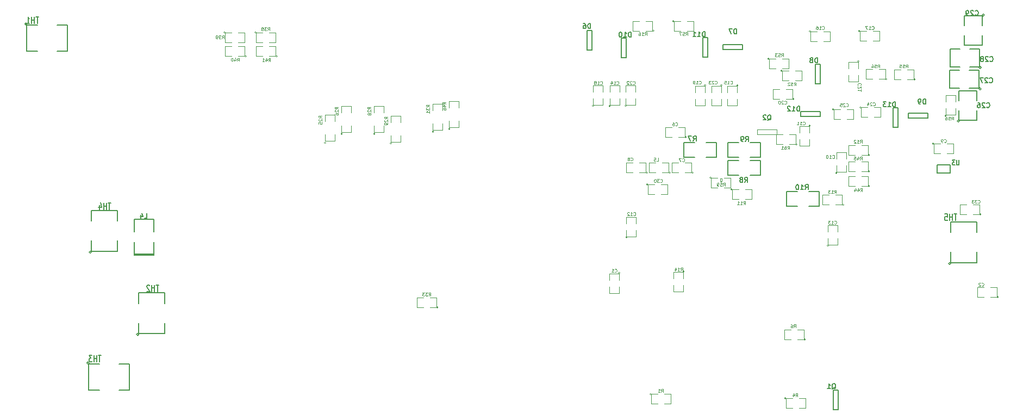
<source format=gbo>
G04 (created by PCBNEW (2013-07-07 BZR 4022)-stable) date 31/03/2014 17:29:00*
%MOIN*%
G04 Gerber Fmt 3.4, Leading zero omitted, Abs format*
%FSLAX34Y34*%
G01*
G70*
G90*
G04 APERTURE LIST*
%ADD10C,0.006*%
%ADD11C,0.005*%
%ADD12C,0.0039*%
%ADD13C,0.0047*%
%ADD14C,0.0075*%
%ADD15C,0.008*%
%ADD16C,0.0043*%
%ADD17C,0.0051*%
G04 APERTURE END LIST*
G54D10*
G54D11*
X102950Y-61900D02*
X102950Y-63100D01*
X102950Y-63100D02*
X103250Y-63100D01*
X103250Y-63100D02*
X103250Y-61900D01*
X103250Y-61900D02*
X102950Y-61900D01*
G54D12*
X100050Y-62400D02*
G75*
G03X100050Y-62400I-50J0D01*
G74*
G01*
X100450Y-62400D02*
X100050Y-62400D01*
X100050Y-62400D02*
X100050Y-63000D01*
X100050Y-63000D02*
X100450Y-63000D01*
X100850Y-63000D02*
X101250Y-63000D01*
X101250Y-63000D02*
X101250Y-62400D01*
X101250Y-62400D02*
X100850Y-62400D01*
X91800Y-62150D02*
G75*
G03X91800Y-62150I-50J0D01*
G74*
G01*
X92200Y-62150D02*
X91800Y-62150D01*
X91800Y-62150D02*
X91800Y-62750D01*
X91800Y-62750D02*
X92200Y-62750D01*
X92600Y-62750D02*
X93000Y-62750D01*
X93000Y-62750D02*
X93000Y-62150D01*
X93000Y-62150D02*
X92600Y-62150D01*
X101250Y-58800D02*
G75*
G03X101250Y-58800I-50J0D01*
G74*
G01*
X100750Y-58800D02*
X101150Y-58800D01*
X101150Y-58800D02*
X101150Y-58200D01*
X101150Y-58200D02*
X100750Y-58200D01*
X100350Y-58200D02*
X99950Y-58200D01*
X99950Y-58200D02*
X99950Y-58800D01*
X99950Y-58800D02*
X100350Y-58800D01*
G54D10*
X109325Y-48100D02*
X110125Y-48100D01*
X110125Y-48100D02*
X110125Y-48600D01*
X110125Y-48600D02*
X109325Y-48600D01*
X109325Y-48600D02*
X109325Y-48100D01*
G54D11*
X98500Y-46750D02*
X98500Y-47650D01*
X98500Y-47650D02*
X97850Y-47650D01*
X97150Y-46750D02*
X96500Y-46750D01*
X96500Y-46750D02*
X96500Y-47650D01*
X96500Y-47650D02*
X97150Y-47650D01*
X97850Y-46750D02*
X98500Y-46750D01*
X93800Y-47650D02*
X93800Y-46750D01*
X93800Y-46750D02*
X94450Y-46750D01*
X95150Y-47650D02*
X95800Y-47650D01*
X95800Y-47650D02*
X95800Y-46750D01*
X95800Y-46750D02*
X95150Y-46750D01*
X94450Y-47650D02*
X93800Y-47650D01*
X100100Y-50625D02*
X100100Y-49725D01*
X100100Y-49725D02*
X100750Y-49725D01*
X101450Y-50625D02*
X102100Y-50625D01*
X102100Y-50625D02*
X102100Y-49725D01*
X102100Y-49725D02*
X101450Y-49725D01*
X100750Y-50625D02*
X100100Y-50625D01*
X96500Y-48750D02*
X96500Y-47850D01*
X96500Y-47850D02*
X97150Y-47850D01*
X97850Y-48750D02*
X98500Y-48750D01*
X98500Y-48750D02*
X98500Y-47850D01*
X98500Y-47850D02*
X97850Y-47850D01*
X97150Y-48750D02*
X96500Y-48750D01*
G54D12*
X89875Y-54725D02*
G75*
G03X89875Y-54725I-50J0D01*
G74*
G01*
X89825Y-55175D02*
X89825Y-54775D01*
X89825Y-54775D02*
X89225Y-54775D01*
X89225Y-54775D02*
X89225Y-55175D01*
X89225Y-55575D02*
X89225Y-55975D01*
X89225Y-55975D02*
X89825Y-55975D01*
X89825Y-55975D02*
X89825Y-55575D01*
X94375Y-48575D02*
G75*
G03X94375Y-48575I-50J0D01*
G74*
G01*
X93875Y-48575D02*
X94275Y-48575D01*
X94275Y-48575D02*
X94275Y-47975D01*
X94275Y-47975D02*
X93875Y-47975D01*
X93475Y-47975D02*
X93075Y-47975D01*
X93075Y-47975D02*
X93075Y-48575D01*
X93075Y-48575D02*
X93475Y-48575D01*
X91575Y-48575D02*
G75*
G03X91575Y-48575I-50J0D01*
G74*
G01*
X91075Y-48575D02*
X91475Y-48575D01*
X91475Y-48575D02*
X91475Y-47975D01*
X91475Y-47975D02*
X91075Y-47975D01*
X90675Y-47975D02*
X90275Y-47975D01*
X90275Y-47975D02*
X90275Y-48575D01*
X90275Y-48575D02*
X90675Y-48575D01*
X103200Y-48600D02*
G75*
G03X103200Y-48600I-50J0D01*
G74*
G01*
X103150Y-48150D02*
X103150Y-48550D01*
X103150Y-48550D02*
X103750Y-48550D01*
X103750Y-48550D02*
X103750Y-48150D01*
X103750Y-47750D02*
X103750Y-47350D01*
X103750Y-47350D02*
X103150Y-47350D01*
X103150Y-47350D02*
X103150Y-47750D01*
X101550Y-45700D02*
G75*
G03X101550Y-45700I-50J0D01*
G74*
G01*
X101500Y-46150D02*
X101500Y-45750D01*
X101500Y-45750D02*
X100900Y-45750D01*
X100900Y-45750D02*
X100900Y-46150D01*
X100900Y-46550D02*
X100900Y-46950D01*
X100900Y-46950D02*
X101500Y-46950D01*
X101500Y-46950D02*
X101500Y-46550D01*
X109125Y-46800D02*
G75*
G03X109125Y-46800I-50J0D01*
G74*
G01*
X109525Y-46800D02*
X109125Y-46800D01*
X109125Y-46800D02*
X109125Y-47400D01*
X109125Y-47400D02*
X109525Y-47400D01*
X109925Y-47400D02*
X110325Y-47400D01*
X110325Y-47400D02*
X110325Y-46800D01*
X110325Y-46800D02*
X109925Y-46800D01*
X105200Y-49400D02*
G75*
G03X105200Y-49400I-50J0D01*
G74*
G01*
X104700Y-49400D02*
X105100Y-49400D01*
X105100Y-49400D02*
X105100Y-48800D01*
X105100Y-48800D02*
X104700Y-48800D01*
X104300Y-48800D02*
X103900Y-48800D01*
X103900Y-48800D02*
X103900Y-49400D01*
X103900Y-49400D02*
X104300Y-49400D01*
X105200Y-48500D02*
G75*
G03X105200Y-48500I-50J0D01*
G74*
G01*
X104700Y-48500D02*
X105100Y-48500D01*
X105100Y-48500D02*
X105100Y-47900D01*
X105100Y-47900D02*
X104700Y-47900D01*
X104300Y-47900D02*
X103900Y-47900D01*
X103900Y-47900D02*
X103900Y-48500D01*
X103900Y-48500D02*
X104300Y-48500D01*
X103600Y-50550D02*
G75*
G03X103600Y-50550I-50J0D01*
G74*
G01*
X103100Y-50550D02*
X103500Y-50550D01*
X103500Y-50550D02*
X103500Y-49950D01*
X103500Y-49950D02*
X103100Y-49950D01*
X102700Y-49950D02*
X102300Y-49950D01*
X102300Y-49950D02*
X102300Y-50550D01*
X102300Y-50550D02*
X102700Y-50550D01*
X105200Y-47500D02*
G75*
G03X105200Y-47500I-50J0D01*
G74*
G01*
X104700Y-47500D02*
X105100Y-47500D01*
X105100Y-47500D02*
X105100Y-46900D01*
X105100Y-46900D02*
X104700Y-46900D01*
X104300Y-46900D02*
X103900Y-46900D01*
X103900Y-46900D02*
X103900Y-47500D01*
X103900Y-47500D02*
X104300Y-47500D01*
X96750Y-49600D02*
G75*
G03X96750Y-49600I-50J0D01*
G74*
G01*
X97150Y-49600D02*
X96750Y-49600D01*
X96750Y-49600D02*
X96750Y-50200D01*
X96750Y-50200D02*
X97150Y-50200D01*
X97550Y-50200D02*
X97950Y-50200D01*
X97950Y-50200D02*
X97950Y-49600D01*
X97950Y-49600D02*
X97550Y-49600D01*
X93950Y-46400D02*
G75*
G03X93950Y-46400I-50J0D01*
G74*
G01*
X93450Y-46400D02*
X93850Y-46400D01*
X93850Y-46400D02*
X93850Y-45800D01*
X93850Y-45800D02*
X93450Y-45800D01*
X93050Y-45800D02*
X92650Y-45800D01*
X92650Y-45800D02*
X92650Y-46400D01*
X92650Y-46400D02*
X93050Y-46400D01*
X78725Y-56825D02*
G75*
G03X78725Y-56825I-50J0D01*
G74*
G01*
X78225Y-56825D02*
X78625Y-56825D01*
X78625Y-56825D02*
X78625Y-56225D01*
X78625Y-56225D02*
X78225Y-56225D01*
X77825Y-56225D02*
X77425Y-56225D01*
X77425Y-56225D02*
X77425Y-56825D01*
X77425Y-56825D02*
X77825Y-56825D01*
G54D13*
X99500Y-45925D02*
X98300Y-45925D01*
X98300Y-45925D02*
X98300Y-46225D01*
X98300Y-46225D02*
X99500Y-46225D01*
X99500Y-46225D02*
X99500Y-45925D01*
G54D11*
X110170Y-54150D02*
G75*
G03X110170Y-54150I-70J0D01*
G74*
G01*
X110150Y-52250D02*
X110150Y-51600D01*
X110150Y-51600D02*
X111750Y-51600D01*
X111750Y-51600D02*
X111750Y-52250D01*
X111750Y-53450D02*
X111750Y-54100D01*
X111750Y-54100D02*
X110150Y-54100D01*
X110150Y-54100D02*
X110150Y-53450D01*
G54D12*
X102675Y-53050D02*
G75*
G03X102675Y-53050I-50J0D01*
G74*
G01*
X102625Y-52600D02*
X102625Y-53000D01*
X102625Y-53000D02*
X103225Y-53000D01*
X103225Y-53000D02*
X103225Y-52600D01*
X103225Y-52200D02*
X103225Y-51800D01*
X103225Y-51800D02*
X102625Y-51800D01*
X102625Y-51800D02*
X102625Y-52200D01*
X90325Y-52550D02*
G75*
G03X90325Y-52550I-50J0D01*
G74*
G01*
X90275Y-52100D02*
X90275Y-52500D01*
X90275Y-52500D02*
X90875Y-52500D01*
X90875Y-52500D02*
X90875Y-52100D01*
X90875Y-51700D02*
X90875Y-51300D01*
X90875Y-51300D02*
X90275Y-51300D01*
X90275Y-51300D02*
X90275Y-51700D01*
G54D11*
X57470Y-53450D02*
G75*
G03X57470Y-53450I-70J0D01*
G74*
G01*
X57450Y-51550D02*
X57450Y-50900D01*
X57450Y-50900D02*
X59050Y-50900D01*
X59050Y-50900D02*
X59050Y-51550D01*
X59050Y-52750D02*
X59050Y-53400D01*
X59050Y-53400D02*
X57450Y-53400D01*
X57450Y-53400D02*
X57450Y-52750D01*
X57320Y-60250D02*
G75*
G03X57320Y-60250I-70J0D01*
G74*
G01*
X59150Y-60300D02*
X59800Y-60300D01*
X59800Y-60300D02*
X59800Y-61900D01*
X59800Y-61900D02*
X59150Y-61900D01*
X57950Y-61900D02*
X57300Y-61900D01*
X57300Y-61900D02*
X57300Y-60300D01*
X57300Y-60300D02*
X57950Y-60300D01*
X60370Y-58500D02*
G75*
G03X60370Y-58500I-70J0D01*
G74*
G01*
X60350Y-56600D02*
X60350Y-55950D01*
X60350Y-55950D02*
X61950Y-55950D01*
X61950Y-55950D02*
X61950Y-56600D01*
X61950Y-57800D02*
X61950Y-58450D01*
X61950Y-58450D02*
X60350Y-58450D01*
X60350Y-58450D02*
X60350Y-57800D01*
X53520Y-39475D02*
G75*
G03X53520Y-39475I-70J0D01*
G74*
G01*
X55350Y-39525D02*
X56000Y-39525D01*
X56000Y-39525D02*
X56000Y-41125D01*
X56000Y-41125D02*
X55350Y-41125D01*
X54150Y-41125D02*
X53500Y-41125D01*
X53500Y-41125D02*
X53500Y-39525D01*
X53500Y-39525D02*
X54150Y-39525D01*
X61300Y-53650D02*
X60100Y-53650D01*
X60100Y-52200D02*
X60100Y-51450D01*
X60100Y-51450D02*
X61300Y-51450D01*
X61300Y-51450D02*
X61300Y-52200D01*
X61300Y-52850D02*
X61300Y-53650D01*
X61300Y-53571D02*
X60100Y-53571D01*
X60100Y-53650D02*
X60100Y-52850D01*
G54D12*
X99825Y-42350D02*
G75*
G03X99825Y-42350I-50J0D01*
G74*
G01*
X100225Y-42350D02*
X99825Y-42350D01*
X99825Y-42350D02*
X99825Y-42950D01*
X99825Y-42950D02*
X100225Y-42950D01*
X100625Y-42950D02*
X101025Y-42950D01*
X101025Y-42950D02*
X101025Y-42350D01*
X101025Y-42350D02*
X100625Y-42350D01*
X104600Y-39900D02*
G75*
G03X104600Y-39900I-50J0D01*
G74*
G01*
X105000Y-39900D02*
X104600Y-39900D01*
X104600Y-39900D02*
X104600Y-40500D01*
X104600Y-40500D02*
X105000Y-40500D01*
X105400Y-40500D02*
X105800Y-40500D01*
X105800Y-40500D02*
X105800Y-39900D01*
X105800Y-39900D02*
X105400Y-39900D01*
X106250Y-42850D02*
G75*
G03X106250Y-42850I-50J0D01*
G74*
G01*
X105750Y-42850D02*
X106150Y-42850D01*
X106150Y-42850D02*
X106150Y-42250D01*
X106150Y-42250D02*
X105750Y-42250D01*
X105350Y-42250D02*
X104950Y-42250D01*
X104950Y-42250D02*
X104950Y-42850D01*
X104950Y-42850D02*
X105350Y-42850D01*
X108000Y-42875D02*
G75*
G03X108000Y-42875I-50J0D01*
G74*
G01*
X107500Y-42875D02*
X107900Y-42875D01*
X107900Y-42875D02*
X107900Y-42275D01*
X107900Y-42275D02*
X107500Y-42275D01*
X107100Y-42275D02*
X106700Y-42275D01*
X106700Y-42275D02*
X106700Y-42875D01*
X106700Y-42875D02*
X107100Y-42875D01*
X96150Y-43225D02*
G75*
G03X96150Y-43225I-50J0D01*
G74*
G01*
X96100Y-43675D02*
X96100Y-43275D01*
X96100Y-43275D02*
X95500Y-43275D01*
X95500Y-43275D02*
X95500Y-43675D01*
X95500Y-44075D02*
X95500Y-44475D01*
X95500Y-44475D02*
X96100Y-44475D01*
X96100Y-44475D02*
X96100Y-44075D01*
X103000Y-44700D02*
G75*
G03X103000Y-44700I-50J0D01*
G74*
G01*
X103400Y-44700D02*
X103000Y-44700D01*
X103000Y-44700D02*
X103000Y-45300D01*
X103000Y-45300D02*
X103400Y-45300D01*
X103800Y-45300D02*
X104200Y-45300D01*
X104200Y-45300D02*
X104200Y-44700D01*
X104200Y-44700D02*
X103800Y-44700D01*
X104675Y-44575D02*
G75*
G03X104675Y-44575I-50J0D01*
G74*
G01*
X105075Y-44575D02*
X104675Y-44575D01*
X104675Y-44575D02*
X104675Y-45175D01*
X104675Y-45175D02*
X105075Y-45175D01*
X105475Y-45175D02*
X105875Y-45175D01*
X105875Y-45175D02*
X105875Y-44575D01*
X105875Y-44575D02*
X105475Y-44575D01*
X90275Y-44500D02*
G75*
G03X90275Y-44500I-50J0D01*
G74*
G01*
X90225Y-44050D02*
X90225Y-44450D01*
X90225Y-44450D02*
X90825Y-44450D01*
X90825Y-44450D02*
X90825Y-44050D01*
X90825Y-43650D02*
X90825Y-43250D01*
X90825Y-43250D02*
X90225Y-43250D01*
X90225Y-43250D02*
X90225Y-43650D01*
X97125Y-43225D02*
G75*
G03X97125Y-43225I-50J0D01*
G74*
G01*
X97075Y-43675D02*
X97075Y-43275D01*
X97075Y-43275D02*
X96475Y-43275D01*
X96475Y-43275D02*
X96475Y-43675D01*
X96475Y-44075D02*
X96475Y-44475D01*
X96475Y-44475D02*
X97075Y-44475D01*
X97075Y-44475D02*
X97075Y-44075D01*
X101575Y-39925D02*
G75*
G03X101575Y-39925I-50J0D01*
G74*
G01*
X101975Y-39925D02*
X101575Y-39925D01*
X101575Y-39925D02*
X101575Y-40525D01*
X101575Y-40525D02*
X101975Y-40525D01*
X102375Y-40525D02*
X102775Y-40525D01*
X102775Y-40525D02*
X102775Y-39925D01*
X102775Y-39925D02*
X102375Y-39925D01*
X99025Y-41600D02*
G75*
G03X99025Y-41600I-50J0D01*
G74*
G01*
X99425Y-41600D02*
X99025Y-41600D01*
X99025Y-41600D02*
X99025Y-42200D01*
X99025Y-42200D02*
X99425Y-42200D01*
X99825Y-42200D02*
X100225Y-42200D01*
X100225Y-42200D02*
X100225Y-41600D01*
X100225Y-41600D02*
X99825Y-41600D01*
X68875Y-41450D02*
G75*
G03X68875Y-41450I-50J0D01*
G74*
G01*
X68375Y-41450D02*
X68775Y-41450D01*
X68775Y-41450D02*
X68775Y-40850D01*
X68775Y-40850D02*
X68375Y-40850D01*
X67975Y-40850D02*
X67575Y-40850D01*
X67575Y-40850D02*
X67575Y-41450D01*
X67575Y-41450D02*
X67975Y-41450D01*
X66975Y-41450D02*
G75*
G03X66975Y-41450I-50J0D01*
G74*
G01*
X66475Y-41450D02*
X66875Y-41450D01*
X66875Y-41450D02*
X66875Y-40850D01*
X66875Y-40850D02*
X66475Y-40850D01*
X66075Y-40850D02*
X65675Y-40850D01*
X65675Y-40850D02*
X65675Y-41450D01*
X65675Y-41450D02*
X66075Y-41450D01*
X65675Y-40000D02*
G75*
G03X65675Y-40000I-50J0D01*
G74*
G01*
X66075Y-40000D02*
X65675Y-40000D01*
X65675Y-40000D02*
X65675Y-40600D01*
X65675Y-40600D02*
X66075Y-40600D01*
X66475Y-40600D02*
X66875Y-40600D01*
X66875Y-40600D02*
X66875Y-40000D01*
X66875Y-40000D02*
X66475Y-40000D01*
X67575Y-40000D02*
G75*
G03X67575Y-40000I-50J0D01*
G74*
G01*
X67975Y-40000D02*
X67575Y-40000D01*
X67575Y-40000D02*
X67575Y-40600D01*
X67575Y-40600D02*
X67975Y-40600D01*
X68375Y-40600D02*
X68775Y-40600D01*
X68775Y-40600D02*
X68775Y-40000D01*
X68775Y-40000D02*
X68375Y-40000D01*
X89300Y-44500D02*
G75*
G03X89300Y-44500I-50J0D01*
G74*
G01*
X89250Y-44050D02*
X89250Y-44450D01*
X89250Y-44450D02*
X89850Y-44450D01*
X89850Y-44450D02*
X89850Y-44050D01*
X89850Y-43650D02*
X89850Y-43250D01*
X89850Y-43250D02*
X89250Y-43250D01*
X89250Y-43250D02*
X89250Y-43650D01*
X104550Y-41750D02*
G75*
G03X104550Y-41750I-50J0D01*
G74*
G01*
X104500Y-42200D02*
X104500Y-41800D01*
X104500Y-41800D02*
X103900Y-41800D01*
X103900Y-41800D02*
X103900Y-42200D01*
X103900Y-42600D02*
X103900Y-43000D01*
X103900Y-43000D02*
X104500Y-43000D01*
X104500Y-43000D02*
X104500Y-42600D01*
X100550Y-44075D02*
G75*
G03X100550Y-44075I-50J0D01*
G74*
G01*
X100050Y-44075D02*
X100450Y-44075D01*
X100450Y-44075D02*
X100450Y-43475D01*
X100450Y-43475D02*
X100050Y-43475D01*
X99650Y-43475D02*
X99250Y-43475D01*
X99250Y-43475D02*
X99250Y-44075D01*
X99250Y-44075D02*
X99650Y-44075D01*
X95150Y-43225D02*
G75*
G03X95150Y-43225I-50J0D01*
G74*
G01*
X95100Y-43675D02*
X95100Y-43275D01*
X95100Y-43275D02*
X94500Y-43275D01*
X94500Y-43275D02*
X94500Y-43675D01*
X94500Y-44075D02*
X94500Y-44475D01*
X94500Y-44475D02*
X95100Y-44475D01*
X95100Y-44475D02*
X95100Y-44075D01*
X88275Y-44500D02*
G75*
G03X88275Y-44500I-50J0D01*
G74*
G01*
X88225Y-44050D02*
X88225Y-44450D01*
X88225Y-44450D02*
X88825Y-44450D01*
X88825Y-44450D02*
X88825Y-44050D01*
X88825Y-43650D02*
X88825Y-43250D01*
X88825Y-43250D02*
X88225Y-43250D01*
X88225Y-43250D02*
X88225Y-43650D01*
G54D11*
X90275Y-41550D02*
X90275Y-40350D01*
X90275Y-40350D02*
X89975Y-40350D01*
X89975Y-40350D02*
X89975Y-41550D01*
X89975Y-41550D02*
X90275Y-41550D01*
X106625Y-44600D02*
X106625Y-45800D01*
X106625Y-45800D02*
X106925Y-45800D01*
X106925Y-45800D02*
X106925Y-44600D01*
X106925Y-44600D02*
X106625Y-44600D01*
X102175Y-44850D02*
X100975Y-44850D01*
X100975Y-44850D02*
X100975Y-45150D01*
X100975Y-45150D02*
X102175Y-45150D01*
X102175Y-45150D02*
X102175Y-44850D01*
X94950Y-40300D02*
X94950Y-41500D01*
X94950Y-41500D02*
X95250Y-41500D01*
X95250Y-41500D02*
X95250Y-40300D01*
X95250Y-40300D02*
X94950Y-40300D01*
X97400Y-40750D02*
X96200Y-40750D01*
X96200Y-40750D02*
X96200Y-41050D01*
X96200Y-41050D02*
X97400Y-41050D01*
X97400Y-41050D02*
X97400Y-40750D01*
X101875Y-41950D02*
X101875Y-43150D01*
X101875Y-43150D02*
X102175Y-43150D01*
X102175Y-43150D02*
X102175Y-41950D01*
X102175Y-41950D02*
X101875Y-41950D01*
X87850Y-39875D02*
X87850Y-41075D01*
X87850Y-41075D02*
X88150Y-41075D01*
X88150Y-41075D02*
X88150Y-39875D01*
X88150Y-39875D02*
X87850Y-39875D01*
X108775Y-44950D02*
X107575Y-44950D01*
X107575Y-44950D02*
X107575Y-45250D01*
X107575Y-45250D02*
X108775Y-45250D01*
X108775Y-45250D02*
X108775Y-44950D01*
G54D12*
X113100Y-56200D02*
G75*
G03X113100Y-56200I-50J0D01*
G74*
G01*
X112600Y-56200D02*
X113000Y-56200D01*
X113000Y-56200D02*
X113000Y-55600D01*
X113000Y-55600D02*
X112600Y-55600D01*
X112200Y-55600D02*
X111800Y-55600D01*
X111800Y-55600D02*
X111800Y-56200D01*
X111800Y-56200D02*
X112200Y-56200D01*
X93825Y-54625D02*
G75*
G03X93825Y-54625I-50J0D01*
G74*
G01*
X93775Y-55075D02*
X93775Y-54675D01*
X93775Y-54675D02*
X93175Y-54675D01*
X93175Y-54675D02*
X93175Y-55075D01*
X93175Y-55475D02*
X93175Y-55875D01*
X93175Y-55875D02*
X93775Y-55875D01*
X93775Y-55875D02*
X93775Y-55475D01*
X92975Y-48575D02*
G75*
G03X92975Y-48575I-50J0D01*
G74*
G01*
X92475Y-48575D02*
X92875Y-48575D01*
X92875Y-48575D02*
X92875Y-47975D01*
X92875Y-47975D02*
X92475Y-47975D01*
X92075Y-47975D02*
X91675Y-47975D01*
X91675Y-47975D02*
X91675Y-48575D01*
X91675Y-48575D02*
X92075Y-48575D01*
X109900Y-45100D02*
G75*
G03X109900Y-45100I-50J0D01*
G74*
G01*
X109850Y-44650D02*
X109850Y-45050D01*
X109850Y-45050D02*
X110450Y-45050D01*
X110450Y-45050D02*
X110450Y-44650D01*
X110450Y-44250D02*
X110450Y-43850D01*
X110450Y-43850D02*
X109850Y-43850D01*
X109850Y-43850D02*
X109850Y-44250D01*
G54D11*
X112220Y-38925D02*
G75*
G03X112220Y-38925I-70J0D01*
G74*
G01*
X111000Y-39575D02*
X111000Y-38975D01*
X111000Y-38975D02*
X112100Y-38975D01*
X112100Y-38975D02*
X112100Y-39575D01*
X112100Y-40175D02*
X112100Y-40775D01*
X112100Y-40775D02*
X111000Y-40775D01*
X111000Y-40775D02*
X111000Y-40175D01*
X112020Y-43450D02*
G75*
G03X112020Y-43450I-70J0D01*
G74*
G01*
X111300Y-42300D02*
X111900Y-42300D01*
X111900Y-42300D02*
X111900Y-43400D01*
X111900Y-43400D02*
X111300Y-43400D01*
X110700Y-43400D02*
X110100Y-43400D01*
X110100Y-43400D02*
X110100Y-42300D01*
X110100Y-42300D02*
X110700Y-42300D01*
X112045Y-42150D02*
G75*
G03X112045Y-42150I-70J0D01*
G74*
G01*
X111325Y-41000D02*
X111925Y-41000D01*
X111925Y-41000D02*
X111925Y-42100D01*
X111925Y-42100D02*
X111325Y-42100D01*
X110725Y-42100D02*
X110125Y-42100D01*
X110125Y-42100D02*
X110125Y-41000D01*
X110125Y-41000D02*
X110725Y-41000D01*
X110695Y-45425D02*
G75*
G03X110695Y-45425I-70J0D01*
G74*
G01*
X111775Y-44775D02*
X111775Y-45375D01*
X111775Y-45375D02*
X110675Y-45375D01*
X110675Y-45375D02*
X110675Y-44775D01*
X110675Y-44175D02*
X110675Y-43575D01*
X110675Y-43575D02*
X111775Y-43575D01*
X111775Y-43575D02*
X111775Y-44175D01*
G54D12*
X91600Y-49300D02*
G75*
G03X91600Y-49300I-50J0D01*
G74*
G01*
X92000Y-49300D02*
X91600Y-49300D01*
X91600Y-49300D02*
X91600Y-49900D01*
X91600Y-49900D02*
X92000Y-49900D01*
X92400Y-49900D02*
X92800Y-49900D01*
X92800Y-49900D02*
X92800Y-49300D01*
X92800Y-49300D02*
X92400Y-49300D01*
X91975Y-39900D02*
G75*
G03X91975Y-39900I-50J0D01*
G74*
G01*
X91475Y-39900D02*
X91875Y-39900D01*
X91875Y-39900D02*
X91875Y-39300D01*
X91875Y-39300D02*
X91475Y-39300D01*
X91075Y-39300D02*
X90675Y-39300D01*
X90675Y-39300D02*
X90675Y-39900D01*
X90675Y-39900D02*
X91075Y-39900D01*
X93200Y-39300D02*
G75*
G03X93200Y-39300I-50J0D01*
G74*
G01*
X93600Y-39300D02*
X93200Y-39300D01*
X93200Y-39300D02*
X93200Y-39900D01*
X93200Y-39900D02*
X93600Y-39900D01*
X94000Y-39900D02*
X94400Y-39900D01*
X94400Y-39900D02*
X94400Y-39300D01*
X94400Y-39300D02*
X94000Y-39300D01*
X95475Y-48900D02*
G75*
G03X95475Y-48900I-50J0D01*
G74*
G01*
X95875Y-48900D02*
X95475Y-48900D01*
X95475Y-48900D02*
X95475Y-49500D01*
X95475Y-49500D02*
X95875Y-49500D01*
X96275Y-49500D02*
X96675Y-49500D01*
X96675Y-49500D02*
X96675Y-48900D01*
X96675Y-48900D02*
X96275Y-48900D01*
X112025Y-51150D02*
G75*
G03X112025Y-51150I-50J0D01*
G74*
G01*
X111525Y-51150D02*
X111925Y-51150D01*
X111925Y-51150D02*
X111925Y-50550D01*
X111925Y-50550D02*
X111525Y-50550D01*
X111125Y-50550D02*
X110725Y-50550D01*
X110725Y-50550D02*
X110725Y-51150D01*
X110725Y-51150D02*
X111125Y-51150D01*
X100750Y-46850D02*
G75*
G03X100750Y-46850I-50J0D01*
G74*
G01*
X100250Y-46850D02*
X100650Y-46850D01*
X100650Y-46850D02*
X100650Y-46250D01*
X100650Y-46250D02*
X100250Y-46250D01*
X99850Y-46250D02*
X99450Y-46250D01*
X99450Y-46250D02*
X99450Y-46850D01*
X99450Y-46850D02*
X99850Y-46850D01*
X75875Y-46800D02*
G75*
G03X75875Y-46800I-50J0D01*
G74*
G01*
X75825Y-46300D02*
X75825Y-46700D01*
X75825Y-46700D02*
X76425Y-46700D01*
X76425Y-46700D02*
X76425Y-46300D01*
X76425Y-45500D02*
X76425Y-45100D01*
X76425Y-45100D02*
X75825Y-45100D01*
X75825Y-45100D02*
X75825Y-45500D01*
X78450Y-46075D02*
G75*
G03X78450Y-46075I-50J0D01*
G74*
G01*
X78400Y-45575D02*
X78400Y-45975D01*
X78400Y-45975D02*
X79000Y-45975D01*
X79000Y-45975D02*
X79000Y-45575D01*
X79000Y-44775D02*
X79000Y-44375D01*
X79000Y-44375D02*
X78400Y-44375D01*
X78400Y-44375D02*
X78400Y-44775D01*
X72850Y-46200D02*
G75*
G03X72850Y-46200I-50J0D01*
G74*
G01*
X72800Y-45700D02*
X72800Y-46100D01*
X72800Y-46100D02*
X73400Y-46100D01*
X73400Y-46100D02*
X73400Y-45700D01*
X73400Y-44900D02*
X73400Y-44500D01*
X73400Y-44500D02*
X72800Y-44500D01*
X72800Y-44500D02*
X72800Y-44900D01*
X71850Y-46750D02*
G75*
G03X71850Y-46750I-50J0D01*
G74*
G01*
X71800Y-46250D02*
X71800Y-46650D01*
X71800Y-46650D02*
X72400Y-46650D01*
X72400Y-46650D02*
X72400Y-46250D01*
X72400Y-45450D02*
X72400Y-45050D01*
X72400Y-45050D02*
X71800Y-45050D01*
X71800Y-45050D02*
X71800Y-45450D01*
X74850Y-46200D02*
G75*
G03X74850Y-46200I-50J0D01*
G74*
G01*
X74800Y-45700D02*
X74800Y-46100D01*
X74800Y-46100D02*
X75400Y-46100D01*
X75400Y-46100D02*
X75400Y-45700D01*
X75400Y-44900D02*
X75400Y-44500D01*
X75400Y-44500D02*
X74800Y-44500D01*
X74800Y-44500D02*
X74800Y-44900D01*
X79450Y-45900D02*
G75*
G03X79450Y-45900I-50J0D01*
G74*
G01*
X79400Y-45400D02*
X79400Y-45800D01*
X79400Y-45800D02*
X80000Y-45800D01*
X80000Y-45800D02*
X80000Y-45400D01*
X80000Y-44600D02*
X80000Y-44200D01*
X80000Y-44200D02*
X79400Y-44200D01*
X79400Y-44200D02*
X79400Y-44600D01*
G54D14*
X102878Y-61850D02*
X102907Y-61835D01*
X102935Y-61807D01*
X102978Y-61764D01*
X103007Y-61750D01*
X103035Y-61750D01*
X103021Y-61821D02*
X103050Y-61807D01*
X103078Y-61778D01*
X103092Y-61721D01*
X103092Y-61621D01*
X103078Y-61564D01*
X103050Y-61535D01*
X103021Y-61521D01*
X102964Y-61521D01*
X102935Y-61535D01*
X102907Y-61564D01*
X102892Y-61621D01*
X102892Y-61721D01*
X102907Y-61778D01*
X102935Y-61807D01*
X102964Y-61821D01*
X103021Y-61821D01*
X102607Y-61821D02*
X102778Y-61821D01*
X102692Y-61821D02*
X102692Y-61521D01*
X102721Y-61564D01*
X102750Y-61592D01*
X102778Y-61607D01*
G54D15*
G54D16*
X100657Y-62304D02*
X100723Y-62210D01*
X100770Y-62304D02*
X100770Y-62107D01*
X100695Y-62107D01*
X100676Y-62117D01*
X100667Y-62126D01*
X100657Y-62145D01*
X100657Y-62173D01*
X100667Y-62192D01*
X100676Y-62201D01*
X100695Y-62210D01*
X100770Y-62210D01*
X100488Y-62173D02*
X100488Y-62304D01*
X100535Y-62098D02*
X100582Y-62239D01*
X100460Y-62239D01*
X92407Y-62029D02*
X92473Y-61935D01*
X92520Y-62029D02*
X92520Y-61832D01*
X92445Y-61832D01*
X92426Y-61842D01*
X92417Y-61851D01*
X92407Y-61870D01*
X92407Y-61898D01*
X92417Y-61917D01*
X92426Y-61926D01*
X92445Y-61935D01*
X92520Y-61935D01*
X92220Y-62029D02*
X92332Y-62029D01*
X92276Y-62029D02*
X92276Y-61832D01*
X92295Y-61860D01*
X92314Y-61879D01*
X92332Y-61889D01*
X100532Y-58079D02*
X100598Y-57985D01*
X100645Y-58079D02*
X100645Y-57882D01*
X100570Y-57882D01*
X100551Y-57892D01*
X100542Y-57901D01*
X100532Y-57920D01*
X100532Y-57948D01*
X100542Y-57967D01*
X100551Y-57976D01*
X100570Y-57985D01*
X100645Y-57985D01*
X100363Y-57882D02*
X100401Y-57882D01*
X100420Y-57892D01*
X100429Y-57901D01*
X100448Y-57929D01*
X100457Y-57967D01*
X100457Y-58042D01*
X100448Y-58060D01*
X100439Y-58070D01*
X100420Y-58079D01*
X100382Y-58079D01*
X100363Y-58070D01*
X100354Y-58060D01*
X100345Y-58042D01*
X100345Y-57995D01*
X100354Y-57976D01*
X100363Y-57967D01*
X100382Y-57957D01*
X100420Y-57957D01*
X100439Y-57967D01*
X100448Y-57976D01*
X100457Y-57995D01*
G54D11*
X110665Y-47821D02*
X110665Y-48064D01*
X110653Y-48092D01*
X110641Y-48107D01*
X110617Y-48121D01*
X110570Y-48121D01*
X110546Y-48107D01*
X110534Y-48092D01*
X110522Y-48064D01*
X110522Y-47821D01*
X110427Y-47821D02*
X110272Y-47821D01*
X110355Y-47935D01*
X110320Y-47935D01*
X110296Y-47950D01*
X110284Y-47964D01*
X110272Y-47992D01*
X110272Y-48064D01*
X110284Y-48092D01*
X110296Y-48107D01*
X110320Y-48121D01*
X110391Y-48121D01*
X110415Y-48107D01*
X110427Y-48092D01*
X97575Y-46671D02*
X97675Y-46528D01*
X97746Y-46671D02*
X97746Y-46371D01*
X97632Y-46371D01*
X97603Y-46385D01*
X97589Y-46400D01*
X97575Y-46428D01*
X97575Y-46471D01*
X97589Y-46500D01*
X97603Y-46514D01*
X97632Y-46528D01*
X97746Y-46528D01*
X97432Y-46671D02*
X97375Y-46671D01*
X97346Y-46657D01*
X97332Y-46642D01*
X97303Y-46600D01*
X97289Y-46542D01*
X97289Y-46428D01*
X97303Y-46400D01*
X97317Y-46385D01*
X97346Y-46371D01*
X97403Y-46371D01*
X97432Y-46385D01*
X97446Y-46400D01*
X97460Y-46428D01*
X97460Y-46500D01*
X97446Y-46528D01*
X97432Y-46542D01*
X97403Y-46557D01*
X97346Y-46557D01*
X97317Y-46542D01*
X97303Y-46528D01*
X97289Y-46500D01*
X94375Y-46646D02*
X94475Y-46503D01*
X94546Y-46646D02*
X94546Y-46346D01*
X94432Y-46346D01*
X94403Y-46360D01*
X94389Y-46375D01*
X94375Y-46403D01*
X94375Y-46446D01*
X94389Y-46475D01*
X94403Y-46489D01*
X94432Y-46503D01*
X94546Y-46503D01*
X94275Y-46346D02*
X94075Y-46346D01*
X94203Y-46646D01*
X101242Y-49621D02*
X101342Y-49478D01*
X101414Y-49621D02*
X101414Y-49321D01*
X101300Y-49321D01*
X101271Y-49335D01*
X101257Y-49350D01*
X101242Y-49378D01*
X101242Y-49421D01*
X101257Y-49450D01*
X101271Y-49464D01*
X101300Y-49478D01*
X101414Y-49478D01*
X100957Y-49621D02*
X101128Y-49621D01*
X101042Y-49621D02*
X101042Y-49321D01*
X101071Y-49364D01*
X101100Y-49392D01*
X101128Y-49407D01*
X100771Y-49321D02*
X100742Y-49321D01*
X100714Y-49335D01*
X100700Y-49350D01*
X100685Y-49378D01*
X100671Y-49435D01*
X100671Y-49507D01*
X100685Y-49564D01*
X100700Y-49592D01*
X100714Y-49607D01*
X100742Y-49621D01*
X100771Y-49621D01*
X100800Y-49607D01*
X100814Y-49592D01*
X100828Y-49564D01*
X100842Y-49507D01*
X100842Y-49435D01*
X100828Y-49378D01*
X100814Y-49350D01*
X100800Y-49335D01*
X100771Y-49321D01*
X97525Y-49171D02*
X97625Y-49028D01*
X97696Y-49171D02*
X97696Y-48871D01*
X97582Y-48871D01*
X97553Y-48885D01*
X97539Y-48900D01*
X97525Y-48928D01*
X97525Y-48971D01*
X97539Y-49000D01*
X97553Y-49014D01*
X97582Y-49028D01*
X97696Y-49028D01*
X97353Y-49000D02*
X97382Y-48985D01*
X97396Y-48971D01*
X97410Y-48942D01*
X97410Y-48928D01*
X97396Y-48900D01*
X97382Y-48885D01*
X97353Y-48871D01*
X97296Y-48871D01*
X97267Y-48885D01*
X97253Y-48900D01*
X97239Y-48928D01*
X97239Y-48942D01*
X97253Y-48971D01*
X97267Y-48985D01*
X97296Y-49000D01*
X97353Y-49000D01*
X97382Y-49014D01*
X97396Y-49028D01*
X97410Y-49057D01*
X97410Y-49114D01*
X97396Y-49142D01*
X97382Y-49157D01*
X97353Y-49171D01*
X97296Y-49171D01*
X97267Y-49157D01*
X97253Y-49142D01*
X97239Y-49114D01*
X97239Y-49057D01*
X97253Y-49028D01*
X97267Y-49014D01*
X97296Y-49000D01*
G54D16*
X89557Y-54660D02*
X89567Y-54670D01*
X89595Y-54679D01*
X89614Y-54679D01*
X89642Y-54670D01*
X89661Y-54651D01*
X89670Y-54632D01*
X89679Y-54595D01*
X89679Y-54567D01*
X89670Y-54529D01*
X89661Y-54510D01*
X89642Y-54492D01*
X89614Y-54482D01*
X89595Y-54482D01*
X89567Y-54492D01*
X89557Y-54501D01*
X89370Y-54679D02*
X89482Y-54679D01*
X89426Y-54679D02*
X89426Y-54482D01*
X89445Y-54510D01*
X89464Y-54529D01*
X89482Y-54539D01*
X93707Y-47885D02*
X93717Y-47895D01*
X93745Y-47904D01*
X93764Y-47904D01*
X93792Y-47895D01*
X93811Y-47876D01*
X93820Y-47857D01*
X93829Y-47820D01*
X93829Y-47792D01*
X93820Y-47754D01*
X93811Y-47735D01*
X93792Y-47717D01*
X93764Y-47707D01*
X93745Y-47707D01*
X93717Y-47717D01*
X93707Y-47726D01*
X93642Y-47707D02*
X93510Y-47707D01*
X93595Y-47904D01*
X90532Y-47835D02*
X90542Y-47845D01*
X90570Y-47854D01*
X90589Y-47854D01*
X90617Y-47845D01*
X90636Y-47826D01*
X90645Y-47807D01*
X90654Y-47770D01*
X90654Y-47742D01*
X90645Y-47704D01*
X90636Y-47685D01*
X90617Y-47667D01*
X90589Y-47657D01*
X90570Y-47657D01*
X90542Y-47667D01*
X90532Y-47676D01*
X90420Y-47742D02*
X90439Y-47732D01*
X90448Y-47723D01*
X90457Y-47704D01*
X90457Y-47695D01*
X90448Y-47676D01*
X90439Y-47667D01*
X90420Y-47657D01*
X90382Y-47657D01*
X90363Y-47667D01*
X90354Y-47676D01*
X90345Y-47695D01*
X90345Y-47704D01*
X90354Y-47723D01*
X90363Y-47732D01*
X90382Y-47742D01*
X90420Y-47742D01*
X90439Y-47751D01*
X90448Y-47760D01*
X90457Y-47779D01*
X90457Y-47817D01*
X90448Y-47835D01*
X90439Y-47845D01*
X90420Y-47854D01*
X90382Y-47854D01*
X90363Y-47845D01*
X90354Y-47835D01*
X90345Y-47817D01*
X90345Y-47779D01*
X90354Y-47760D01*
X90363Y-47751D01*
X90382Y-47742D01*
X102901Y-47685D02*
X102911Y-47695D01*
X102939Y-47704D01*
X102957Y-47704D01*
X102986Y-47695D01*
X103004Y-47676D01*
X103014Y-47657D01*
X103023Y-47620D01*
X103023Y-47592D01*
X103014Y-47554D01*
X103004Y-47535D01*
X102986Y-47517D01*
X102957Y-47507D01*
X102939Y-47507D01*
X102911Y-47517D01*
X102901Y-47526D01*
X102714Y-47704D02*
X102826Y-47704D01*
X102770Y-47704D02*
X102770Y-47507D01*
X102789Y-47535D01*
X102807Y-47554D01*
X102826Y-47564D01*
X102592Y-47507D02*
X102573Y-47507D01*
X102554Y-47517D01*
X102545Y-47526D01*
X102535Y-47545D01*
X102526Y-47582D01*
X102526Y-47629D01*
X102535Y-47667D01*
X102545Y-47685D01*
X102554Y-47695D01*
X102573Y-47704D01*
X102592Y-47704D01*
X102610Y-47695D01*
X102620Y-47685D01*
X102629Y-47667D01*
X102638Y-47629D01*
X102638Y-47582D01*
X102629Y-47545D01*
X102620Y-47526D01*
X102610Y-47517D01*
X102592Y-47507D01*
X101101Y-45635D02*
X101111Y-45645D01*
X101139Y-45654D01*
X101157Y-45654D01*
X101186Y-45645D01*
X101204Y-45626D01*
X101214Y-45607D01*
X101223Y-45570D01*
X101223Y-45542D01*
X101214Y-45504D01*
X101204Y-45485D01*
X101186Y-45467D01*
X101157Y-45457D01*
X101139Y-45457D01*
X101111Y-45467D01*
X101101Y-45476D01*
X100914Y-45654D02*
X101026Y-45654D01*
X100970Y-45654D02*
X100970Y-45457D01*
X100989Y-45485D01*
X101007Y-45504D01*
X101026Y-45514D01*
X100726Y-45654D02*
X100838Y-45654D01*
X100782Y-45654D02*
X100782Y-45457D01*
X100801Y-45485D01*
X100820Y-45504D01*
X100838Y-45514D01*
X109757Y-46710D02*
X109767Y-46720D01*
X109795Y-46729D01*
X109814Y-46729D01*
X109842Y-46720D01*
X109861Y-46701D01*
X109870Y-46682D01*
X109879Y-46645D01*
X109879Y-46617D01*
X109870Y-46579D01*
X109861Y-46560D01*
X109842Y-46542D01*
X109814Y-46532D01*
X109795Y-46532D01*
X109767Y-46542D01*
X109757Y-46551D01*
X109664Y-46729D02*
X109626Y-46729D01*
X109607Y-46720D01*
X109598Y-46710D01*
X109579Y-46682D01*
X109570Y-46645D01*
X109570Y-46570D01*
X109579Y-46551D01*
X109588Y-46542D01*
X109607Y-46532D01*
X109645Y-46532D01*
X109664Y-46542D01*
X109673Y-46551D01*
X109682Y-46570D01*
X109682Y-46617D01*
X109673Y-46635D01*
X109664Y-46645D01*
X109645Y-46654D01*
X109607Y-46654D01*
X109588Y-46645D01*
X109579Y-46635D01*
X109570Y-46617D01*
X104626Y-49729D02*
X104692Y-49635D01*
X104739Y-49729D02*
X104739Y-49532D01*
X104664Y-49532D01*
X104645Y-49542D01*
X104636Y-49551D01*
X104626Y-49570D01*
X104626Y-49598D01*
X104636Y-49617D01*
X104645Y-49626D01*
X104664Y-49635D01*
X104739Y-49635D01*
X104457Y-49598D02*
X104457Y-49729D01*
X104504Y-49523D02*
X104551Y-49664D01*
X104429Y-49664D01*
X104270Y-49598D02*
X104270Y-49729D01*
X104317Y-49523D02*
X104363Y-49664D01*
X104242Y-49664D01*
X104601Y-47804D02*
X104667Y-47710D01*
X104714Y-47804D02*
X104714Y-47607D01*
X104639Y-47607D01*
X104620Y-47617D01*
X104611Y-47626D01*
X104601Y-47645D01*
X104601Y-47673D01*
X104611Y-47692D01*
X104620Y-47701D01*
X104639Y-47710D01*
X104714Y-47710D01*
X104432Y-47673D02*
X104432Y-47804D01*
X104479Y-47598D02*
X104526Y-47739D01*
X104404Y-47739D01*
X104235Y-47607D02*
X104329Y-47607D01*
X104338Y-47701D01*
X104329Y-47692D01*
X104310Y-47682D01*
X104263Y-47682D01*
X104245Y-47692D01*
X104235Y-47701D01*
X104226Y-47720D01*
X104226Y-47767D01*
X104235Y-47785D01*
X104245Y-47795D01*
X104263Y-47804D01*
X104310Y-47804D01*
X104329Y-47795D01*
X104338Y-47785D01*
X103026Y-49854D02*
X103092Y-49760D01*
X103139Y-49854D02*
X103139Y-49657D01*
X103064Y-49657D01*
X103045Y-49667D01*
X103036Y-49676D01*
X103026Y-49695D01*
X103026Y-49723D01*
X103036Y-49742D01*
X103045Y-49751D01*
X103064Y-49760D01*
X103139Y-49760D01*
X102839Y-49854D02*
X102951Y-49854D01*
X102895Y-49854D02*
X102895Y-49657D01*
X102914Y-49685D01*
X102932Y-49704D01*
X102951Y-49714D01*
X102773Y-49657D02*
X102651Y-49657D01*
X102717Y-49732D01*
X102688Y-49732D01*
X102670Y-49742D01*
X102660Y-49751D01*
X102651Y-49770D01*
X102651Y-49817D01*
X102660Y-49835D01*
X102670Y-49845D01*
X102688Y-49854D01*
X102745Y-49854D01*
X102763Y-49845D01*
X102773Y-49835D01*
X104601Y-46779D02*
X104667Y-46685D01*
X104714Y-46779D02*
X104714Y-46582D01*
X104639Y-46582D01*
X104620Y-46592D01*
X104611Y-46601D01*
X104601Y-46620D01*
X104601Y-46648D01*
X104611Y-46667D01*
X104620Y-46676D01*
X104639Y-46685D01*
X104714Y-46685D01*
X104414Y-46779D02*
X104526Y-46779D01*
X104470Y-46779D02*
X104470Y-46582D01*
X104489Y-46610D01*
X104507Y-46629D01*
X104526Y-46639D01*
X104338Y-46601D02*
X104329Y-46592D01*
X104310Y-46582D01*
X104263Y-46582D01*
X104245Y-46592D01*
X104235Y-46601D01*
X104226Y-46620D01*
X104226Y-46639D01*
X104235Y-46667D01*
X104348Y-46779D01*
X104226Y-46779D01*
X97451Y-50529D02*
X97517Y-50435D01*
X97564Y-50529D02*
X97564Y-50332D01*
X97489Y-50332D01*
X97470Y-50342D01*
X97461Y-50351D01*
X97451Y-50370D01*
X97451Y-50398D01*
X97461Y-50417D01*
X97470Y-50426D01*
X97489Y-50435D01*
X97564Y-50435D01*
X97264Y-50529D02*
X97376Y-50529D01*
X97320Y-50529D02*
X97320Y-50332D01*
X97339Y-50360D01*
X97357Y-50379D01*
X97376Y-50389D01*
X97076Y-50529D02*
X97188Y-50529D01*
X97132Y-50529D02*
X97132Y-50332D01*
X97151Y-50360D01*
X97170Y-50379D01*
X97188Y-50389D01*
X93282Y-45685D02*
X93292Y-45695D01*
X93320Y-45704D01*
X93339Y-45704D01*
X93367Y-45695D01*
X93386Y-45676D01*
X93395Y-45657D01*
X93404Y-45620D01*
X93404Y-45592D01*
X93395Y-45554D01*
X93386Y-45535D01*
X93367Y-45517D01*
X93339Y-45507D01*
X93320Y-45507D01*
X93292Y-45517D01*
X93282Y-45526D01*
X93113Y-45507D02*
X93151Y-45507D01*
X93170Y-45517D01*
X93179Y-45526D01*
X93198Y-45554D01*
X93207Y-45592D01*
X93207Y-45667D01*
X93198Y-45685D01*
X93189Y-45695D01*
X93170Y-45704D01*
X93132Y-45704D01*
X93113Y-45695D01*
X93104Y-45685D01*
X93095Y-45667D01*
X93095Y-45620D01*
X93104Y-45601D01*
X93113Y-45592D01*
X93132Y-45582D01*
X93170Y-45582D01*
X93189Y-45592D01*
X93198Y-45601D01*
X93207Y-45620D01*
X78151Y-56129D02*
X78217Y-56035D01*
X78264Y-56129D02*
X78264Y-55932D01*
X78189Y-55932D01*
X78170Y-55942D01*
X78161Y-55951D01*
X78151Y-55970D01*
X78151Y-55998D01*
X78161Y-56017D01*
X78170Y-56026D01*
X78189Y-56035D01*
X78264Y-56035D01*
X78085Y-55932D02*
X77964Y-55932D01*
X78029Y-56007D01*
X78001Y-56007D01*
X77982Y-56017D01*
X77973Y-56026D01*
X77964Y-56045D01*
X77964Y-56092D01*
X77973Y-56110D01*
X77982Y-56120D01*
X78001Y-56129D01*
X78057Y-56129D01*
X78076Y-56120D01*
X78085Y-56110D01*
X77898Y-55932D02*
X77776Y-55932D01*
X77842Y-56007D01*
X77813Y-56007D01*
X77795Y-56017D01*
X77785Y-56026D01*
X77776Y-56045D01*
X77776Y-56092D01*
X77785Y-56110D01*
X77795Y-56120D01*
X77813Y-56129D01*
X77870Y-56129D01*
X77888Y-56120D01*
X77898Y-56110D01*
G54D17*
X98928Y-45375D02*
X98957Y-45360D01*
X98985Y-45332D01*
X99028Y-45289D01*
X99057Y-45275D01*
X99085Y-45275D01*
X99071Y-45346D02*
X99100Y-45332D01*
X99128Y-45303D01*
X99142Y-45246D01*
X99142Y-45146D01*
X99128Y-45089D01*
X99100Y-45060D01*
X99071Y-45046D01*
X99014Y-45046D01*
X98985Y-45060D01*
X98957Y-45089D01*
X98942Y-45146D01*
X98942Y-45246D01*
X98957Y-45303D01*
X98985Y-45332D01*
X99014Y-45346D01*
X99071Y-45346D01*
X98828Y-45075D02*
X98814Y-45060D01*
X98785Y-45046D01*
X98714Y-45046D01*
X98685Y-45060D01*
X98671Y-45075D01*
X98657Y-45103D01*
X98657Y-45132D01*
X98671Y-45175D01*
X98842Y-45346D01*
X98657Y-45346D01*
G54D11*
X110535Y-51111D02*
X110364Y-51111D01*
X110449Y-51511D02*
X110449Y-51111D01*
X110264Y-51511D02*
X110264Y-51111D01*
X110264Y-51302D02*
X110092Y-51302D01*
X110092Y-51511D02*
X110092Y-51111D01*
X109807Y-51111D02*
X109949Y-51111D01*
X109964Y-51302D01*
X109949Y-51283D01*
X109921Y-51264D01*
X109849Y-51264D01*
X109821Y-51283D01*
X109807Y-51302D01*
X109792Y-51340D01*
X109792Y-51435D01*
X109807Y-51473D01*
X109821Y-51492D01*
X109849Y-51511D01*
X109921Y-51511D01*
X109949Y-51492D01*
X109964Y-51473D01*
G54D16*
X103026Y-51710D02*
X103036Y-51720D01*
X103064Y-51729D01*
X103082Y-51729D01*
X103111Y-51720D01*
X103129Y-51701D01*
X103139Y-51682D01*
X103148Y-51645D01*
X103148Y-51617D01*
X103139Y-51579D01*
X103129Y-51560D01*
X103111Y-51542D01*
X103082Y-51532D01*
X103064Y-51532D01*
X103036Y-51542D01*
X103026Y-51551D01*
X102839Y-51729D02*
X102951Y-51729D01*
X102895Y-51729D02*
X102895Y-51532D01*
X102914Y-51560D01*
X102932Y-51579D01*
X102951Y-51589D01*
X102773Y-51532D02*
X102651Y-51532D01*
X102717Y-51607D01*
X102688Y-51607D01*
X102670Y-51617D01*
X102660Y-51626D01*
X102651Y-51645D01*
X102651Y-51692D01*
X102660Y-51710D01*
X102670Y-51720D01*
X102688Y-51729D01*
X102745Y-51729D01*
X102763Y-51720D01*
X102773Y-51710D01*
X90701Y-51185D02*
X90711Y-51195D01*
X90739Y-51204D01*
X90757Y-51204D01*
X90786Y-51195D01*
X90804Y-51176D01*
X90814Y-51157D01*
X90823Y-51120D01*
X90823Y-51092D01*
X90814Y-51054D01*
X90804Y-51035D01*
X90786Y-51017D01*
X90757Y-51007D01*
X90739Y-51007D01*
X90711Y-51017D01*
X90701Y-51026D01*
X90514Y-51204D02*
X90626Y-51204D01*
X90570Y-51204D02*
X90570Y-51007D01*
X90589Y-51035D01*
X90607Y-51054D01*
X90626Y-51064D01*
X90438Y-51026D02*
X90429Y-51017D01*
X90410Y-51007D01*
X90363Y-51007D01*
X90345Y-51017D01*
X90335Y-51026D01*
X90326Y-51045D01*
X90326Y-51064D01*
X90335Y-51092D01*
X90448Y-51204D01*
X90326Y-51204D01*
G54D11*
X58660Y-50436D02*
X58489Y-50436D01*
X58574Y-50836D02*
X58574Y-50436D01*
X58389Y-50836D02*
X58389Y-50436D01*
X58389Y-50627D02*
X58217Y-50627D01*
X58217Y-50836D02*
X58217Y-50436D01*
X57946Y-50570D02*
X57946Y-50836D01*
X58017Y-50417D02*
X58089Y-50703D01*
X57903Y-50703D01*
X58060Y-59786D02*
X57889Y-59786D01*
X57974Y-60186D02*
X57974Y-59786D01*
X57789Y-60186D02*
X57789Y-59786D01*
X57789Y-59977D02*
X57617Y-59977D01*
X57617Y-60186D02*
X57617Y-59786D01*
X57503Y-59786D02*
X57317Y-59786D01*
X57417Y-59939D01*
X57374Y-59939D01*
X57346Y-59958D01*
X57332Y-59977D01*
X57317Y-60015D01*
X57317Y-60110D01*
X57332Y-60148D01*
X57346Y-60167D01*
X57374Y-60186D01*
X57460Y-60186D01*
X57489Y-60167D01*
X57503Y-60148D01*
X61610Y-55461D02*
X61439Y-55461D01*
X61524Y-55861D02*
X61524Y-55461D01*
X61339Y-55861D02*
X61339Y-55461D01*
X61339Y-55652D02*
X61167Y-55652D01*
X61167Y-55861D02*
X61167Y-55461D01*
X61039Y-55500D02*
X61024Y-55480D01*
X60996Y-55461D01*
X60924Y-55461D01*
X60896Y-55480D01*
X60882Y-55500D01*
X60867Y-55538D01*
X60867Y-55576D01*
X60882Y-55633D01*
X61053Y-55861D01*
X60867Y-55861D01*
X54235Y-39036D02*
X54064Y-39036D01*
X54149Y-39436D02*
X54149Y-39036D01*
X53964Y-39436D02*
X53964Y-39036D01*
X53964Y-39227D02*
X53792Y-39227D01*
X53792Y-39436D02*
X53792Y-39036D01*
X53492Y-39436D02*
X53664Y-39436D01*
X53578Y-39436D02*
X53578Y-39036D01*
X53607Y-39094D01*
X53635Y-39132D01*
X53664Y-39151D01*
X60720Y-51361D02*
X60852Y-51361D01*
X60852Y-51085D01*
X60510Y-51177D02*
X60510Y-51361D01*
X60576Y-51072D02*
X60642Y-51269D01*
X60471Y-51269D01*
G54D16*
X100551Y-43254D02*
X100617Y-43160D01*
X100664Y-43254D02*
X100664Y-43057D01*
X100589Y-43057D01*
X100570Y-43067D01*
X100561Y-43076D01*
X100551Y-43095D01*
X100551Y-43123D01*
X100561Y-43142D01*
X100570Y-43151D01*
X100589Y-43160D01*
X100664Y-43160D01*
X100373Y-43057D02*
X100467Y-43057D01*
X100476Y-43151D01*
X100467Y-43142D01*
X100448Y-43132D01*
X100401Y-43132D01*
X100382Y-43142D01*
X100373Y-43151D01*
X100364Y-43170D01*
X100364Y-43217D01*
X100373Y-43235D01*
X100382Y-43245D01*
X100401Y-43254D01*
X100448Y-43254D01*
X100467Y-43245D01*
X100476Y-43235D01*
X100288Y-43076D02*
X100279Y-43067D01*
X100260Y-43057D01*
X100213Y-43057D01*
X100195Y-43067D01*
X100185Y-43076D01*
X100176Y-43095D01*
X100176Y-43114D01*
X100185Y-43142D01*
X100298Y-43254D01*
X100176Y-43254D01*
X105326Y-39785D02*
X105336Y-39795D01*
X105364Y-39804D01*
X105382Y-39804D01*
X105411Y-39795D01*
X105429Y-39776D01*
X105439Y-39757D01*
X105448Y-39720D01*
X105448Y-39692D01*
X105439Y-39654D01*
X105429Y-39635D01*
X105411Y-39617D01*
X105382Y-39607D01*
X105364Y-39607D01*
X105336Y-39617D01*
X105326Y-39626D01*
X105139Y-39804D02*
X105251Y-39804D01*
X105195Y-39804D02*
X105195Y-39607D01*
X105214Y-39635D01*
X105232Y-39654D01*
X105251Y-39664D01*
X105073Y-39607D02*
X104942Y-39607D01*
X105026Y-39804D01*
X105676Y-42154D02*
X105742Y-42060D01*
X105789Y-42154D02*
X105789Y-41957D01*
X105714Y-41957D01*
X105695Y-41967D01*
X105686Y-41976D01*
X105676Y-41995D01*
X105676Y-42023D01*
X105686Y-42042D01*
X105695Y-42051D01*
X105714Y-42060D01*
X105789Y-42060D01*
X105498Y-41957D02*
X105592Y-41957D01*
X105601Y-42051D01*
X105592Y-42042D01*
X105573Y-42032D01*
X105526Y-42032D01*
X105507Y-42042D01*
X105498Y-42051D01*
X105489Y-42070D01*
X105489Y-42117D01*
X105498Y-42135D01*
X105507Y-42145D01*
X105526Y-42154D01*
X105573Y-42154D01*
X105592Y-42145D01*
X105601Y-42135D01*
X105320Y-42023D02*
X105320Y-42154D01*
X105367Y-41948D02*
X105413Y-42089D01*
X105292Y-42089D01*
X107401Y-42154D02*
X107467Y-42060D01*
X107514Y-42154D02*
X107514Y-41957D01*
X107439Y-41957D01*
X107420Y-41967D01*
X107411Y-41976D01*
X107401Y-41995D01*
X107401Y-42023D01*
X107411Y-42042D01*
X107420Y-42051D01*
X107439Y-42060D01*
X107514Y-42060D01*
X107223Y-41957D02*
X107317Y-41957D01*
X107326Y-42051D01*
X107317Y-42042D01*
X107298Y-42032D01*
X107251Y-42032D01*
X107232Y-42042D01*
X107223Y-42051D01*
X107214Y-42070D01*
X107214Y-42117D01*
X107223Y-42135D01*
X107232Y-42145D01*
X107251Y-42154D01*
X107298Y-42154D01*
X107317Y-42145D01*
X107326Y-42135D01*
X107035Y-41957D02*
X107129Y-41957D01*
X107138Y-42051D01*
X107129Y-42042D01*
X107110Y-42032D01*
X107063Y-42032D01*
X107045Y-42042D01*
X107035Y-42051D01*
X107026Y-42070D01*
X107026Y-42117D01*
X107035Y-42135D01*
X107045Y-42145D01*
X107063Y-42154D01*
X107110Y-42154D01*
X107129Y-42145D01*
X107138Y-42135D01*
X95701Y-43135D02*
X95711Y-43145D01*
X95739Y-43154D01*
X95757Y-43154D01*
X95786Y-43145D01*
X95804Y-43126D01*
X95814Y-43107D01*
X95823Y-43070D01*
X95823Y-43042D01*
X95814Y-43004D01*
X95804Y-42985D01*
X95786Y-42967D01*
X95757Y-42957D01*
X95739Y-42957D01*
X95711Y-42967D01*
X95701Y-42976D01*
X95626Y-42976D02*
X95617Y-42967D01*
X95598Y-42957D01*
X95551Y-42957D01*
X95532Y-42967D01*
X95523Y-42976D01*
X95514Y-42995D01*
X95514Y-43014D01*
X95523Y-43042D01*
X95635Y-43154D01*
X95514Y-43154D01*
X95448Y-42957D02*
X95326Y-42957D01*
X95392Y-43032D01*
X95363Y-43032D01*
X95345Y-43042D01*
X95335Y-43051D01*
X95326Y-43070D01*
X95326Y-43117D01*
X95335Y-43135D01*
X95345Y-43145D01*
X95363Y-43154D01*
X95420Y-43154D01*
X95438Y-43145D01*
X95448Y-43135D01*
X103751Y-44510D02*
X103761Y-44520D01*
X103789Y-44529D01*
X103807Y-44529D01*
X103836Y-44520D01*
X103854Y-44501D01*
X103864Y-44482D01*
X103873Y-44445D01*
X103873Y-44417D01*
X103864Y-44379D01*
X103854Y-44360D01*
X103836Y-44342D01*
X103807Y-44332D01*
X103789Y-44332D01*
X103761Y-44342D01*
X103751Y-44351D01*
X103676Y-44351D02*
X103667Y-44342D01*
X103648Y-44332D01*
X103601Y-44332D01*
X103582Y-44342D01*
X103573Y-44351D01*
X103564Y-44370D01*
X103564Y-44389D01*
X103573Y-44417D01*
X103685Y-44529D01*
X103564Y-44529D01*
X103385Y-44332D02*
X103479Y-44332D01*
X103488Y-44426D01*
X103479Y-44417D01*
X103460Y-44407D01*
X103413Y-44407D01*
X103395Y-44417D01*
X103385Y-44426D01*
X103376Y-44445D01*
X103376Y-44492D01*
X103385Y-44510D01*
X103395Y-44520D01*
X103413Y-44529D01*
X103460Y-44529D01*
X103479Y-44520D01*
X103488Y-44510D01*
X105401Y-44460D02*
X105411Y-44470D01*
X105439Y-44479D01*
X105457Y-44479D01*
X105486Y-44470D01*
X105504Y-44451D01*
X105514Y-44432D01*
X105523Y-44395D01*
X105523Y-44367D01*
X105514Y-44329D01*
X105504Y-44310D01*
X105486Y-44292D01*
X105457Y-44282D01*
X105439Y-44282D01*
X105411Y-44292D01*
X105401Y-44301D01*
X105326Y-44301D02*
X105317Y-44292D01*
X105298Y-44282D01*
X105251Y-44282D01*
X105232Y-44292D01*
X105223Y-44301D01*
X105214Y-44320D01*
X105214Y-44339D01*
X105223Y-44367D01*
X105335Y-44479D01*
X105214Y-44479D01*
X105045Y-44348D02*
X105045Y-44479D01*
X105092Y-44273D02*
X105138Y-44414D01*
X105017Y-44414D01*
X90676Y-43160D02*
X90686Y-43170D01*
X90714Y-43179D01*
X90732Y-43179D01*
X90761Y-43170D01*
X90779Y-43151D01*
X90789Y-43132D01*
X90798Y-43095D01*
X90798Y-43067D01*
X90789Y-43029D01*
X90779Y-43010D01*
X90761Y-42992D01*
X90732Y-42982D01*
X90714Y-42982D01*
X90686Y-42992D01*
X90676Y-43001D01*
X90601Y-43001D02*
X90592Y-42992D01*
X90573Y-42982D01*
X90526Y-42982D01*
X90507Y-42992D01*
X90498Y-43001D01*
X90489Y-43020D01*
X90489Y-43039D01*
X90498Y-43067D01*
X90610Y-43179D01*
X90489Y-43179D01*
X90413Y-43001D02*
X90404Y-42992D01*
X90385Y-42982D01*
X90338Y-42982D01*
X90320Y-42992D01*
X90310Y-43001D01*
X90301Y-43020D01*
X90301Y-43039D01*
X90310Y-43067D01*
X90423Y-43179D01*
X90301Y-43179D01*
X96651Y-43135D02*
X96661Y-43145D01*
X96689Y-43154D01*
X96707Y-43154D01*
X96736Y-43145D01*
X96754Y-43126D01*
X96764Y-43107D01*
X96773Y-43070D01*
X96773Y-43042D01*
X96764Y-43004D01*
X96754Y-42985D01*
X96736Y-42967D01*
X96707Y-42957D01*
X96689Y-42957D01*
X96661Y-42967D01*
X96651Y-42976D01*
X96464Y-43154D02*
X96576Y-43154D01*
X96520Y-43154D02*
X96520Y-42957D01*
X96539Y-42985D01*
X96557Y-43004D01*
X96576Y-43014D01*
X96285Y-42957D02*
X96379Y-42957D01*
X96388Y-43051D01*
X96379Y-43042D01*
X96360Y-43032D01*
X96313Y-43032D01*
X96295Y-43042D01*
X96285Y-43051D01*
X96276Y-43070D01*
X96276Y-43117D01*
X96285Y-43135D01*
X96295Y-43145D01*
X96313Y-43154D01*
X96360Y-43154D01*
X96379Y-43145D01*
X96388Y-43135D01*
X102276Y-39785D02*
X102286Y-39795D01*
X102314Y-39804D01*
X102332Y-39804D01*
X102361Y-39795D01*
X102379Y-39776D01*
X102389Y-39757D01*
X102398Y-39720D01*
X102398Y-39692D01*
X102389Y-39654D01*
X102379Y-39635D01*
X102361Y-39617D01*
X102332Y-39607D01*
X102314Y-39607D01*
X102286Y-39617D01*
X102276Y-39626D01*
X102089Y-39804D02*
X102201Y-39804D01*
X102145Y-39804D02*
X102145Y-39607D01*
X102164Y-39635D01*
X102182Y-39654D01*
X102201Y-39664D01*
X101920Y-39607D02*
X101957Y-39607D01*
X101976Y-39617D01*
X101985Y-39626D01*
X102004Y-39654D01*
X102013Y-39692D01*
X102013Y-39767D01*
X102004Y-39785D01*
X101995Y-39795D01*
X101976Y-39804D01*
X101938Y-39804D01*
X101920Y-39795D01*
X101910Y-39785D01*
X101901Y-39767D01*
X101901Y-39720D01*
X101910Y-39701D01*
X101920Y-39692D01*
X101938Y-39682D01*
X101976Y-39682D01*
X101995Y-39692D01*
X102004Y-39701D01*
X102013Y-39720D01*
X99776Y-41479D02*
X99842Y-41385D01*
X99889Y-41479D02*
X99889Y-41282D01*
X99814Y-41282D01*
X99795Y-41292D01*
X99786Y-41301D01*
X99776Y-41320D01*
X99776Y-41348D01*
X99786Y-41367D01*
X99795Y-41376D01*
X99814Y-41385D01*
X99889Y-41385D01*
X99598Y-41282D02*
X99692Y-41282D01*
X99701Y-41376D01*
X99692Y-41367D01*
X99673Y-41357D01*
X99626Y-41357D01*
X99607Y-41367D01*
X99598Y-41376D01*
X99589Y-41395D01*
X99589Y-41442D01*
X99598Y-41460D01*
X99607Y-41470D01*
X99626Y-41479D01*
X99673Y-41479D01*
X99692Y-41470D01*
X99701Y-41460D01*
X99523Y-41282D02*
X99401Y-41282D01*
X99467Y-41357D01*
X99438Y-41357D01*
X99420Y-41367D01*
X99410Y-41376D01*
X99401Y-41395D01*
X99401Y-41442D01*
X99410Y-41460D01*
X99420Y-41470D01*
X99438Y-41479D01*
X99495Y-41479D01*
X99513Y-41470D01*
X99523Y-41460D01*
X68326Y-41779D02*
X68392Y-41685D01*
X68439Y-41779D02*
X68439Y-41582D01*
X68364Y-41582D01*
X68345Y-41592D01*
X68336Y-41601D01*
X68326Y-41620D01*
X68326Y-41648D01*
X68336Y-41667D01*
X68345Y-41676D01*
X68364Y-41685D01*
X68439Y-41685D01*
X68157Y-41648D02*
X68157Y-41779D01*
X68204Y-41573D02*
X68251Y-41714D01*
X68129Y-41714D01*
X67951Y-41779D02*
X68063Y-41779D01*
X68007Y-41779D02*
X68007Y-41582D01*
X68026Y-41610D01*
X68045Y-41629D01*
X68063Y-41639D01*
X66401Y-41754D02*
X66467Y-41660D01*
X66514Y-41754D02*
X66514Y-41557D01*
X66439Y-41557D01*
X66420Y-41567D01*
X66411Y-41576D01*
X66401Y-41595D01*
X66401Y-41623D01*
X66411Y-41642D01*
X66420Y-41651D01*
X66439Y-41660D01*
X66514Y-41660D01*
X66232Y-41623D02*
X66232Y-41754D01*
X66279Y-41548D02*
X66326Y-41689D01*
X66204Y-41689D01*
X66092Y-41557D02*
X66073Y-41557D01*
X66054Y-41567D01*
X66045Y-41576D01*
X66035Y-41595D01*
X66026Y-41632D01*
X66026Y-41679D01*
X66035Y-41717D01*
X66045Y-41735D01*
X66054Y-41745D01*
X66073Y-41754D01*
X66092Y-41754D01*
X66110Y-41745D01*
X66120Y-41735D01*
X66129Y-41717D01*
X66138Y-41679D01*
X66138Y-41632D01*
X66129Y-41595D01*
X66120Y-41576D01*
X66110Y-41567D01*
X66092Y-41557D01*
X65476Y-40379D02*
X65542Y-40285D01*
X65589Y-40379D02*
X65589Y-40182D01*
X65514Y-40182D01*
X65495Y-40192D01*
X65486Y-40201D01*
X65476Y-40220D01*
X65476Y-40248D01*
X65486Y-40267D01*
X65495Y-40276D01*
X65514Y-40285D01*
X65589Y-40285D01*
X65410Y-40182D02*
X65289Y-40182D01*
X65354Y-40257D01*
X65326Y-40257D01*
X65307Y-40267D01*
X65298Y-40276D01*
X65289Y-40295D01*
X65289Y-40342D01*
X65298Y-40360D01*
X65307Y-40370D01*
X65326Y-40379D01*
X65382Y-40379D01*
X65401Y-40370D01*
X65410Y-40360D01*
X65195Y-40379D02*
X65157Y-40379D01*
X65138Y-40370D01*
X65129Y-40360D01*
X65110Y-40332D01*
X65101Y-40295D01*
X65101Y-40220D01*
X65110Y-40201D01*
X65120Y-40192D01*
X65138Y-40182D01*
X65176Y-40182D01*
X65195Y-40192D01*
X65204Y-40201D01*
X65213Y-40220D01*
X65213Y-40267D01*
X65204Y-40285D01*
X65195Y-40295D01*
X65176Y-40304D01*
X65138Y-40304D01*
X65120Y-40295D01*
X65110Y-40285D01*
X65101Y-40267D01*
X68276Y-39879D02*
X68342Y-39785D01*
X68389Y-39879D02*
X68389Y-39682D01*
X68314Y-39682D01*
X68295Y-39692D01*
X68286Y-39701D01*
X68276Y-39720D01*
X68276Y-39748D01*
X68286Y-39767D01*
X68295Y-39776D01*
X68314Y-39785D01*
X68389Y-39785D01*
X68210Y-39682D02*
X68089Y-39682D01*
X68154Y-39757D01*
X68126Y-39757D01*
X68107Y-39767D01*
X68098Y-39776D01*
X68089Y-39795D01*
X68089Y-39842D01*
X68098Y-39860D01*
X68107Y-39870D01*
X68126Y-39879D01*
X68182Y-39879D01*
X68201Y-39870D01*
X68210Y-39860D01*
X67976Y-39767D02*
X67995Y-39757D01*
X68004Y-39748D01*
X68013Y-39729D01*
X68013Y-39720D01*
X68004Y-39701D01*
X67995Y-39692D01*
X67976Y-39682D01*
X67938Y-39682D01*
X67920Y-39692D01*
X67910Y-39701D01*
X67901Y-39720D01*
X67901Y-39729D01*
X67910Y-39748D01*
X67920Y-39757D01*
X67938Y-39767D01*
X67976Y-39767D01*
X67995Y-39776D01*
X68004Y-39785D01*
X68013Y-39804D01*
X68013Y-39842D01*
X68004Y-39860D01*
X67995Y-39870D01*
X67976Y-39879D01*
X67938Y-39879D01*
X67920Y-39870D01*
X67910Y-39860D01*
X67901Y-39842D01*
X67901Y-39804D01*
X67910Y-39785D01*
X67920Y-39776D01*
X67938Y-39767D01*
X89676Y-43160D02*
X89686Y-43170D01*
X89714Y-43179D01*
X89732Y-43179D01*
X89761Y-43170D01*
X89779Y-43151D01*
X89789Y-43132D01*
X89798Y-43095D01*
X89798Y-43067D01*
X89789Y-43029D01*
X89779Y-43010D01*
X89761Y-42992D01*
X89732Y-42982D01*
X89714Y-42982D01*
X89686Y-42992D01*
X89676Y-43001D01*
X89489Y-43179D02*
X89601Y-43179D01*
X89545Y-43179D02*
X89545Y-42982D01*
X89564Y-43010D01*
X89582Y-43029D01*
X89601Y-43039D01*
X89320Y-43048D02*
X89320Y-43179D01*
X89367Y-42973D02*
X89413Y-43114D01*
X89292Y-43114D01*
X104635Y-43223D02*
X104645Y-43213D01*
X104654Y-43185D01*
X104654Y-43167D01*
X104645Y-43138D01*
X104626Y-43120D01*
X104607Y-43110D01*
X104570Y-43101D01*
X104542Y-43101D01*
X104504Y-43110D01*
X104485Y-43120D01*
X104467Y-43138D01*
X104457Y-43167D01*
X104457Y-43185D01*
X104467Y-43213D01*
X104476Y-43223D01*
X104476Y-43298D02*
X104467Y-43307D01*
X104457Y-43326D01*
X104457Y-43373D01*
X104467Y-43392D01*
X104476Y-43401D01*
X104495Y-43410D01*
X104514Y-43410D01*
X104542Y-43401D01*
X104654Y-43289D01*
X104654Y-43410D01*
X104654Y-43598D02*
X104654Y-43486D01*
X104654Y-43542D02*
X104457Y-43542D01*
X104485Y-43523D01*
X104504Y-43504D01*
X104514Y-43486D01*
X99976Y-44360D02*
X99986Y-44370D01*
X100014Y-44379D01*
X100032Y-44379D01*
X100061Y-44370D01*
X100079Y-44351D01*
X100089Y-44332D01*
X100098Y-44295D01*
X100098Y-44267D01*
X100089Y-44229D01*
X100079Y-44210D01*
X100061Y-44192D01*
X100032Y-44182D01*
X100014Y-44182D01*
X99986Y-44192D01*
X99976Y-44201D01*
X99901Y-44201D02*
X99892Y-44192D01*
X99873Y-44182D01*
X99826Y-44182D01*
X99807Y-44192D01*
X99798Y-44201D01*
X99789Y-44220D01*
X99789Y-44239D01*
X99798Y-44267D01*
X99910Y-44379D01*
X99789Y-44379D01*
X99667Y-44182D02*
X99648Y-44182D01*
X99629Y-44192D01*
X99620Y-44201D01*
X99610Y-44220D01*
X99601Y-44257D01*
X99601Y-44304D01*
X99610Y-44342D01*
X99620Y-44360D01*
X99629Y-44370D01*
X99648Y-44379D01*
X99667Y-44379D01*
X99685Y-44370D01*
X99695Y-44360D01*
X99704Y-44342D01*
X99713Y-44304D01*
X99713Y-44257D01*
X99704Y-44220D01*
X99695Y-44201D01*
X99685Y-44192D01*
X99667Y-44182D01*
X94726Y-43135D02*
X94736Y-43145D01*
X94764Y-43154D01*
X94782Y-43154D01*
X94811Y-43145D01*
X94829Y-43126D01*
X94839Y-43107D01*
X94848Y-43070D01*
X94848Y-43042D01*
X94839Y-43004D01*
X94829Y-42985D01*
X94811Y-42967D01*
X94782Y-42957D01*
X94764Y-42957D01*
X94736Y-42967D01*
X94726Y-42976D01*
X94539Y-43154D02*
X94651Y-43154D01*
X94595Y-43154D02*
X94595Y-42957D01*
X94614Y-42985D01*
X94632Y-43004D01*
X94651Y-43014D01*
X94445Y-43154D02*
X94407Y-43154D01*
X94388Y-43145D01*
X94379Y-43135D01*
X94360Y-43107D01*
X94351Y-43070D01*
X94351Y-42995D01*
X94360Y-42976D01*
X94370Y-42967D01*
X94388Y-42957D01*
X94426Y-42957D01*
X94445Y-42967D01*
X94454Y-42976D01*
X94463Y-42995D01*
X94463Y-43042D01*
X94454Y-43060D01*
X94445Y-43070D01*
X94426Y-43079D01*
X94388Y-43079D01*
X94370Y-43070D01*
X94360Y-43060D01*
X94351Y-43042D01*
X88676Y-43160D02*
X88686Y-43170D01*
X88714Y-43179D01*
X88732Y-43179D01*
X88761Y-43170D01*
X88779Y-43151D01*
X88789Y-43132D01*
X88798Y-43095D01*
X88798Y-43067D01*
X88789Y-43029D01*
X88779Y-43010D01*
X88761Y-42992D01*
X88732Y-42982D01*
X88714Y-42982D01*
X88686Y-42992D01*
X88676Y-43001D01*
X88489Y-43179D02*
X88601Y-43179D01*
X88545Y-43179D02*
X88545Y-42982D01*
X88564Y-43010D01*
X88582Y-43029D01*
X88601Y-43039D01*
X88376Y-43067D02*
X88395Y-43057D01*
X88404Y-43048D01*
X88413Y-43029D01*
X88413Y-43020D01*
X88404Y-43001D01*
X88395Y-42992D01*
X88376Y-42982D01*
X88338Y-42982D01*
X88320Y-42992D01*
X88310Y-43001D01*
X88301Y-43020D01*
X88301Y-43029D01*
X88310Y-43048D01*
X88320Y-43057D01*
X88338Y-43067D01*
X88376Y-43067D01*
X88395Y-43076D01*
X88404Y-43085D01*
X88413Y-43104D01*
X88413Y-43142D01*
X88404Y-43160D01*
X88395Y-43170D01*
X88376Y-43179D01*
X88338Y-43179D01*
X88320Y-43170D01*
X88310Y-43160D01*
X88301Y-43142D01*
X88301Y-43104D01*
X88310Y-43085D01*
X88320Y-43076D01*
X88338Y-43067D01*
G54D14*
X90564Y-40271D02*
X90564Y-39971D01*
X90492Y-39971D01*
X90450Y-39985D01*
X90421Y-40014D01*
X90407Y-40042D01*
X90392Y-40100D01*
X90392Y-40142D01*
X90407Y-40200D01*
X90421Y-40228D01*
X90450Y-40257D01*
X90492Y-40271D01*
X90564Y-40271D01*
X90107Y-40271D02*
X90278Y-40271D01*
X90192Y-40271D02*
X90192Y-39971D01*
X90221Y-40014D01*
X90250Y-40042D01*
X90278Y-40057D01*
X89921Y-39971D02*
X89892Y-39971D01*
X89864Y-39985D01*
X89850Y-40000D01*
X89835Y-40028D01*
X89821Y-40085D01*
X89821Y-40157D01*
X89835Y-40214D01*
X89850Y-40242D01*
X89864Y-40257D01*
X89892Y-40271D01*
X89921Y-40271D01*
X89950Y-40257D01*
X89964Y-40242D01*
X89978Y-40214D01*
X89992Y-40157D01*
X89992Y-40085D01*
X89978Y-40028D01*
X89964Y-40000D01*
X89950Y-39985D01*
X89921Y-39971D01*
X106764Y-44546D02*
X106764Y-44246D01*
X106692Y-44246D01*
X106650Y-44260D01*
X106621Y-44289D01*
X106607Y-44317D01*
X106592Y-44375D01*
X106592Y-44417D01*
X106607Y-44475D01*
X106621Y-44503D01*
X106650Y-44532D01*
X106692Y-44546D01*
X106764Y-44546D01*
X106307Y-44546D02*
X106478Y-44546D01*
X106392Y-44546D02*
X106392Y-44246D01*
X106421Y-44289D01*
X106450Y-44317D01*
X106478Y-44332D01*
X106207Y-44246D02*
X106021Y-44246D01*
X106121Y-44360D01*
X106078Y-44360D01*
X106050Y-44375D01*
X106035Y-44389D01*
X106021Y-44417D01*
X106021Y-44489D01*
X106035Y-44517D01*
X106050Y-44532D01*
X106078Y-44546D01*
X106164Y-44546D01*
X106192Y-44532D01*
X106207Y-44517D01*
X100889Y-44821D02*
X100889Y-44521D01*
X100817Y-44521D01*
X100775Y-44535D01*
X100746Y-44564D01*
X100732Y-44592D01*
X100717Y-44650D01*
X100717Y-44692D01*
X100732Y-44750D01*
X100746Y-44778D01*
X100775Y-44807D01*
X100817Y-44821D01*
X100889Y-44821D01*
X100432Y-44821D02*
X100603Y-44821D01*
X100517Y-44821D02*
X100517Y-44521D01*
X100546Y-44564D01*
X100575Y-44592D01*
X100603Y-44607D01*
X100317Y-44550D02*
X100303Y-44535D01*
X100275Y-44521D01*
X100203Y-44521D01*
X100175Y-44535D01*
X100160Y-44550D01*
X100146Y-44578D01*
X100146Y-44607D01*
X100160Y-44650D01*
X100332Y-44821D01*
X100146Y-44821D01*
X95089Y-40246D02*
X95089Y-39946D01*
X95017Y-39946D01*
X94975Y-39960D01*
X94946Y-39989D01*
X94932Y-40017D01*
X94917Y-40075D01*
X94917Y-40117D01*
X94932Y-40175D01*
X94946Y-40203D01*
X94975Y-40232D01*
X95017Y-40246D01*
X95089Y-40246D01*
X94632Y-40246D02*
X94803Y-40246D01*
X94717Y-40246D02*
X94717Y-39946D01*
X94746Y-39989D01*
X94775Y-40017D01*
X94803Y-40032D01*
X94346Y-40246D02*
X94517Y-40246D01*
X94432Y-40246D02*
X94432Y-39946D01*
X94460Y-39989D01*
X94489Y-40017D01*
X94517Y-40032D01*
X97021Y-40071D02*
X97021Y-39771D01*
X96950Y-39771D01*
X96907Y-39785D01*
X96878Y-39814D01*
X96864Y-39842D01*
X96850Y-39900D01*
X96850Y-39942D01*
X96864Y-40000D01*
X96878Y-40028D01*
X96907Y-40057D01*
X96950Y-40071D01*
X97021Y-40071D01*
X96750Y-39771D02*
X96550Y-39771D01*
X96678Y-40071D01*
X101996Y-41846D02*
X101996Y-41546D01*
X101925Y-41546D01*
X101882Y-41560D01*
X101853Y-41589D01*
X101839Y-41617D01*
X101825Y-41675D01*
X101825Y-41717D01*
X101839Y-41775D01*
X101853Y-41803D01*
X101882Y-41832D01*
X101925Y-41846D01*
X101996Y-41846D01*
X101653Y-41675D02*
X101682Y-41660D01*
X101696Y-41646D01*
X101710Y-41617D01*
X101710Y-41603D01*
X101696Y-41575D01*
X101682Y-41560D01*
X101653Y-41546D01*
X101596Y-41546D01*
X101567Y-41560D01*
X101553Y-41575D01*
X101539Y-41603D01*
X101539Y-41617D01*
X101553Y-41646D01*
X101567Y-41660D01*
X101596Y-41675D01*
X101653Y-41675D01*
X101682Y-41689D01*
X101696Y-41703D01*
X101710Y-41732D01*
X101710Y-41789D01*
X101696Y-41817D01*
X101682Y-41832D01*
X101653Y-41846D01*
X101596Y-41846D01*
X101567Y-41832D01*
X101553Y-41817D01*
X101539Y-41789D01*
X101539Y-41732D01*
X101553Y-41703D01*
X101567Y-41689D01*
X101596Y-41675D01*
X88071Y-39746D02*
X88071Y-39446D01*
X88000Y-39446D01*
X87957Y-39460D01*
X87928Y-39489D01*
X87914Y-39517D01*
X87900Y-39575D01*
X87900Y-39617D01*
X87914Y-39675D01*
X87928Y-39703D01*
X87957Y-39732D01*
X88000Y-39746D01*
X88071Y-39746D01*
X87642Y-39446D02*
X87700Y-39446D01*
X87728Y-39460D01*
X87742Y-39475D01*
X87771Y-39517D01*
X87785Y-39575D01*
X87785Y-39689D01*
X87771Y-39717D01*
X87757Y-39732D01*
X87728Y-39746D01*
X87671Y-39746D01*
X87642Y-39732D01*
X87628Y-39717D01*
X87614Y-39689D01*
X87614Y-39617D01*
X87628Y-39589D01*
X87642Y-39575D01*
X87671Y-39560D01*
X87728Y-39560D01*
X87757Y-39575D01*
X87771Y-39589D01*
X87785Y-39617D01*
X108621Y-44371D02*
X108621Y-44071D01*
X108550Y-44071D01*
X108507Y-44085D01*
X108478Y-44114D01*
X108464Y-44142D01*
X108450Y-44200D01*
X108450Y-44242D01*
X108464Y-44300D01*
X108478Y-44328D01*
X108507Y-44357D01*
X108550Y-44371D01*
X108621Y-44371D01*
X108307Y-44371D02*
X108250Y-44371D01*
X108221Y-44357D01*
X108207Y-44342D01*
X108178Y-44300D01*
X108164Y-44242D01*
X108164Y-44128D01*
X108178Y-44100D01*
X108192Y-44085D01*
X108221Y-44071D01*
X108278Y-44071D01*
X108307Y-44085D01*
X108321Y-44100D01*
X108335Y-44128D01*
X108335Y-44200D01*
X108321Y-44228D01*
X108307Y-44242D01*
X108278Y-44257D01*
X108221Y-44257D01*
X108192Y-44242D01*
X108178Y-44228D01*
X108164Y-44200D01*
G54D16*
X112057Y-55510D02*
X112067Y-55520D01*
X112095Y-55529D01*
X112114Y-55529D01*
X112142Y-55520D01*
X112161Y-55501D01*
X112170Y-55482D01*
X112179Y-55445D01*
X112179Y-55417D01*
X112170Y-55379D01*
X112161Y-55360D01*
X112142Y-55342D01*
X112114Y-55332D01*
X112095Y-55332D01*
X112067Y-55342D01*
X112057Y-55351D01*
X111982Y-55351D02*
X111973Y-55342D01*
X111954Y-55332D01*
X111907Y-55332D01*
X111888Y-55342D01*
X111879Y-55351D01*
X111870Y-55370D01*
X111870Y-55389D01*
X111879Y-55417D01*
X111992Y-55529D01*
X111870Y-55529D01*
X93601Y-54604D02*
X93667Y-54510D01*
X93714Y-54604D02*
X93714Y-54407D01*
X93639Y-54407D01*
X93620Y-54417D01*
X93611Y-54426D01*
X93601Y-54445D01*
X93601Y-54473D01*
X93611Y-54492D01*
X93620Y-54501D01*
X93639Y-54510D01*
X93714Y-54510D01*
X93414Y-54604D02*
X93526Y-54604D01*
X93470Y-54604D02*
X93470Y-54407D01*
X93489Y-54435D01*
X93507Y-54454D01*
X93526Y-54464D01*
X93245Y-54473D02*
X93245Y-54604D01*
X93292Y-54398D02*
X93338Y-54539D01*
X93217Y-54539D01*
X92132Y-47879D02*
X92226Y-47879D01*
X92226Y-47682D01*
X91973Y-47682D02*
X92067Y-47682D01*
X92076Y-47776D01*
X92067Y-47767D01*
X92048Y-47757D01*
X92001Y-47757D01*
X91982Y-47767D01*
X91973Y-47776D01*
X91963Y-47795D01*
X91963Y-47842D01*
X91973Y-47860D01*
X91982Y-47870D01*
X92001Y-47879D01*
X92048Y-47879D01*
X92067Y-47870D01*
X92076Y-47860D01*
X110201Y-45354D02*
X110267Y-45260D01*
X110314Y-45354D02*
X110314Y-45157D01*
X110239Y-45157D01*
X110220Y-45167D01*
X110211Y-45176D01*
X110201Y-45195D01*
X110201Y-45223D01*
X110211Y-45242D01*
X110220Y-45251D01*
X110239Y-45260D01*
X110314Y-45260D01*
X110023Y-45157D02*
X110117Y-45157D01*
X110126Y-45251D01*
X110117Y-45242D01*
X110098Y-45232D01*
X110051Y-45232D01*
X110032Y-45242D01*
X110023Y-45251D01*
X110014Y-45270D01*
X110014Y-45317D01*
X110023Y-45335D01*
X110032Y-45345D01*
X110051Y-45354D01*
X110098Y-45354D01*
X110117Y-45345D01*
X110126Y-45335D01*
X109845Y-45157D02*
X109882Y-45157D01*
X109901Y-45167D01*
X109910Y-45176D01*
X109929Y-45204D01*
X109938Y-45242D01*
X109938Y-45317D01*
X109929Y-45335D01*
X109920Y-45345D01*
X109901Y-45354D01*
X109863Y-45354D01*
X109845Y-45345D01*
X109835Y-45335D01*
X109826Y-45317D01*
X109826Y-45270D01*
X109835Y-45251D01*
X109845Y-45242D01*
X109863Y-45232D01*
X109901Y-45232D01*
X109920Y-45242D01*
X109929Y-45251D01*
X109938Y-45270D01*
G54D11*
X111667Y-38917D02*
X111682Y-38932D01*
X111725Y-38946D01*
X111753Y-38946D01*
X111796Y-38932D01*
X111825Y-38903D01*
X111839Y-38875D01*
X111853Y-38817D01*
X111853Y-38775D01*
X111839Y-38717D01*
X111825Y-38689D01*
X111796Y-38660D01*
X111753Y-38646D01*
X111725Y-38646D01*
X111682Y-38660D01*
X111667Y-38675D01*
X111553Y-38675D02*
X111539Y-38660D01*
X111510Y-38646D01*
X111439Y-38646D01*
X111410Y-38660D01*
X111396Y-38675D01*
X111382Y-38703D01*
X111382Y-38732D01*
X111396Y-38775D01*
X111567Y-38946D01*
X111382Y-38946D01*
X111239Y-38946D02*
X111182Y-38946D01*
X111153Y-38932D01*
X111139Y-38917D01*
X111110Y-38875D01*
X111096Y-38817D01*
X111096Y-38703D01*
X111110Y-38675D01*
X111125Y-38660D01*
X111153Y-38646D01*
X111210Y-38646D01*
X111239Y-38660D01*
X111253Y-38675D01*
X111267Y-38703D01*
X111267Y-38775D01*
X111253Y-38803D01*
X111239Y-38817D01*
X111210Y-38832D01*
X111153Y-38832D01*
X111125Y-38817D01*
X111110Y-38803D01*
X111096Y-38775D01*
X112542Y-43042D02*
X112557Y-43057D01*
X112600Y-43071D01*
X112628Y-43071D01*
X112671Y-43057D01*
X112700Y-43028D01*
X112714Y-43000D01*
X112728Y-42942D01*
X112728Y-42900D01*
X112714Y-42842D01*
X112700Y-42814D01*
X112671Y-42785D01*
X112628Y-42771D01*
X112600Y-42771D01*
X112557Y-42785D01*
X112542Y-42800D01*
X112428Y-42800D02*
X112414Y-42785D01*
X112385Y-42771D01*
X112314Y-42771D01*
X112285Y-42785D01*
X112271Y-42800D01*
X112257Y-42828D01*
X112257Y-42857D01*
X112271Y-42900D01*
X112442Y-43071D01*
X112257Y-43071D01*
X112157Y-42771D02*
X111957Y-42771D01*
X112085Y-43071D01*
X112567Y-41742D02*
X112582Y-41757D01*
X112625Y-41771D01*
X112653Y-41771D01*
X112696Y-41757D01*
X112725Y-41728D01*
X112739Y-41700D01*
X112753Y-41642D01*
X112753Y-41600D01*
X112739Y-41542D01*
X112725Y-41514D01*
X112696Y-41485D01*
X112653Y-41471D01*
X112625Y-41471D01*
X112582Y-41485D01*
X112567Y-41500D01*
X112453Y-41500D02*
X112439Y-41485D01*
X112410Y-41471D01*
X112339Y-41471D01*
X112310Y-41485D01*
X112296Y-41500D01*
X112282Y-41528D01*
X112282Y-41557D01*
X112296Y-41600D01*
X112467Y-41771D01*
X112282Y-41771D01*
X112110Y-41600D02*
X112139Y-41585D01*
X112153Y-41571D01*
X112167Y-41542D01*
X112167Y-41528D01*
X112153Y-41500D01*
X112139Y-41485D01*
X112110Y-41471D01*
X112053Y-41471D01*
X112025Y-41485D01*
X112010Y-41500D01*
X111996Y-41528D01*
X111996Y-41542D01*
X112010Y-41571D01*
X112025Y-41585D01*
X112053Y-41600D01*
X112110Y-41600D01*
X112139Y-41614D01*
X112153Y-41628D01*
X112167Y-41657D01*
X112167Y-41714D01*
X112153Y-41742D01*
X112139Y-41757D01*
X112110Y-41771D01*
X112053Y-41771D01*
X112025Y-41757D01*
X112010Y-41742D01*
X111996Y-41714D01*
X111996Y-41657D01*
X112010Y-41628D01*
X112025Y-41614D01*
X112053Y-41600D01*
X112367Y-44567D02*
X112382Y-44582D01*
X112425Y-44596D01*
X112453Y-44596D01*
X112496Y-44582D01*
X112525Y-44553D01*
X112539Y-44525D01*
X112553Y-44467D01*
X112553Y-44425D01*
X112539Y-44367D01*
X112525Y-44339D01*
X112496Y-44310D01*
X112453Y-44296D01*
X112425Y-44296D01*
X112382Y-44310D01*
X112367Y-44325D01*
X112253Y-44325D02*
X112239Y-44310D01*
X112210Y-44296D01*
X112139Y-44296D01*
X112110Y-44310D01*
X112096Y-44325D01*
X112082Y-44353D01*
X112082Y-44382D01*
X112096Y-44425D01*
X112267Y-44596D01*
X112082Y-44596D01*
X111825Y-44296D02*
X111882Y-44296D01*
X111910Y-44310D01*
X111925Y-44325D01*
X111953Y-44367D01*
X111967Y-44425D01*
X111967Y-44539D01*
X111953Y-44567D01*
X111939Y-44582D01*
X111910Y-44596D01*
X111853Y-44596D01*
X111825Y-44582D01*
X111810Y-44567D01*
X111796Y-44539D01*
X111796Y-44467D01*
X111810Y-44439D01*
X111825Y-44425D01*
X111853Y-44410D01*
X111910Y-44410D01*
X111939Y-44425D01*
X111953Y-44439D01*
X111967Y-44467D01*
G54D16*
X92351Y-49160D02*
X92361Y-49170D01*
X92389Y-49179D01*
X92407Y-49179D01*
X92436Y-49170D01*
X92454Y-49151D01*
X92464Y-49132D01*
X92473Y-49095D01*
X92473Y-49067D01*
X92464Y-49029D01*
X92454Y-49010D01*
X92436Y-48992D01*
X92407Y-48982D01*
X92389Y-48982D01*
X92361Y-48992D01*
X92351Y-49001D01*
X92285Y-48982D02*
X92164Y-48982D01*
X92229Y-49057D01*
X92201Y-49057D01*
X92182Y-49067D01*
X92173Y-49076D01*
X92164Y-49095D01*
X92164Y-49142D01*
X92173Y-49160D01*
X92182Y-49170D01*
X92201Y-49179D01*
X92257Y-49179D01*
X92276Y-49170D01*
X92285Y-49160D01*
X92042Y-48982D02*
X92023Y-48982D01*
X92004Y-48992D01*
X91995Y-49001D01*
X91985Y-49020D01*
X91976Y-49057D01*
X91976Y-49104D01*
X91985Y-49142D01*
X91995Y-49160D01*
X92004Y-49170D01*
X92023Y-49179D01*
X92042Y-49179D01*
X92060Y-49170D01*
X92070Y-49160D01*
X92079Y-49142D01*
X92088Y-49104D01*
X92088Y-49057D01*
X92079Y-49020D01*
X92070Y-49001D01*
X92060Y-48992D01*
X92042Y-48982D01*
X91401Y-40179D02*
X91467Y-40085D01*
X91514Y-40179D02*
X91514Y-39982D01*
X91439Y-39982D01*
X91420Y-39992D01*
X91411Y-40001D01*
X91401Y-40020D01*
X91401Y-40048D01*
X91411Y-40067D01*
X91420Y-40076D01*
X91439Y-40085D01*
X91514Y-40085D01*
X91214Y-40179D02*
X91326Y-40179D01*
X91270Y-40179D02*
X91270Y-39982D01*
X91289Y-40010D01*
X91307Y-40029D01*
X91326Y-40039D01*
X91045Y-39982D02*
X91082Y-39982D01*
X91101Y-39992D01*
X91110Y-40001D01*
X91129Y-40029D01*
X91138Y-40067D01*
X91138Y-40142D01*
X91129Y-40160D01*
X91120Y-40170D01*
X91101Y-40179D01*
X91063Y-40179D01*
X91045Y-40170D01*
X91035Y-40160D01*
X91026Y-40142D01*
X91026Y-40095D01*
X91035Y-40076D01*
X91045Y-40067D01*
X91063Y-40057D01*
X91101Y-40057D01*
X91120Y-40067D01*
X91129Y-40076D01*
X91138Y-40095D01*
X93901Y-40179D02*
X93967Y-40085D01*
X94014Y-40179D02*
X94014Y-39982D01*
X93939Y-39982D01*
X93920Y-39992D01*
X93911Y-40001D01*
X93901Y-40020D01*
X93901Y-40048D01*
X93911Y-40067D01*
X93920Y-40076D01*
X93939Y-40085D01*
X94014Y-40085D01*
X93723Y-39982D02*
X93817Y-39982D01*
X93826Y-40076D01*
X93817Y-40067D01*
X93798Y-40057D01*
X93751Y-40057D01*
X93732Y-40067D01*
X93723Y-40076D01*
X93714Y-40095D01*
X93714Y-40142D01*
X93723Y-40160D01*
X93732Y-40170D01*
X93751Y-40179D01*
X93798Y-40179D01*
X93817Y-40170D01*
X93826Y-40160D01*
X93648Y-39982D02*
X93517Y-39982D01*
X93601Y-40179D01*
X96201Y-49404D02*
X96267Y-49310D01*
X96314Y-49404D02*
X96314Y-49207D01*
X96239Y-49207D01*
X96220Y-49217D01*
X96211Y-49226D01*
X96201Y-49245D01*
X96201Y-49273D01*
X96211Y-49292D01*
X96220Y-49301D01*
X96239Y-49310D01*
X96314Y-49310D01*
X96023Y-49207D02*
X96117Y-49207D01*
X96126Y-49301D01*
X96117Y-49292D01*
X96098Y-49282D01*
X96051Y-49282D01*
X96032Y-49292D01*
X96023Y-49301D01*
X96014Y-49320D01*
X96014Y-49367D01*
X96023Y-49385D01*
X96032Y-49395D01*
X96051Y-49404D01*
X96098Y-49404D01*
X96117Y-49395D01*
X96126Y-49385D01*
X95920Y-49404D02*
X95882Y-49404D01*
X95863Y-49395D01*
X95854Y-49385D01*
X95835Y-49357D01*
X95826Y-49320D01*
X95826Y-49245D01*
X95835Y-49226D01*
X95845Y-49217D01*
X95863Y-49207D01*
X95901Y-49207D01*
X95920Y-49217D01*
X95929Y-49226D01*
X95938Y-49245D01*
X95938Y-49292D01*
X95929Y-49310D01*
X95920Y-49320D01*
X95901Y-49329D01*
X95863Y-49329D01*
X95845Y-49320D01*
X95835Y-49310D01*
X95826Y-49292D01*
X96084Y-48932D02*
X96065Y-48932D01*
X96046Y-48942D01*
X96037Y-48951D01*
X96028Y-48970D01*
X96018Y-49007D01*
X96018Y-49054D01*
X96028Y-49092D01*
X96037Y-49110D01*
X96046Y-49120D01*
X96065Y-49129D01*
X96084Y-49129D01*
X96103Y-49120D01*
X96112Y-49110D01*
X96121Y-49092D01*
X96131Y-49054D01*
X96131Y-49007D01*
X96121Y-48970D01*
X96112Y-48951D01*
X96103Y-48942D01*
X96084Y-48932D01*
X111826Y-50435D02*
X111836Y-50445D01*
X111864Y-50454D01*
X111882Y-50454D01*
X111911Y-50445D01*
X111929Y-50426D01*
X111939Y-50407D01*
X111948Y-50370D01*
X111948Y-50342D01*
X111939Y-50304D01*
X111929Y-50285D01*
X111911Y-50267D01*
X111882Y-50257D01*
X111864Y-50257D01*
X111836Y-50267D01*
X111826Y-50276D01*
X111760Y-50257D02*
X111639Y-50257D01*
X111704Y-50332D01*
X111676Y-50332D01*
X111657Y-50342D01*
X111648Y-50351D01*
X111639Y-50370D01*
X111639Y-50417D01*
X111648Y-50435D01*
X111657Y-50445D01*
X111676Y-50454D01*
X111732Y-50454D01*
X111751Y-50445D01*
X111760Y-50435D01*
X111573Y-50257D02*
X111451Y-50257D01*
X111517Y-50332D01*
X111488Y-50332D01*
X111470Y-50342D01*
X111460Y-50351D01*
X111451Y-50370D01*
X111451Y-50417D01*
X111460Y-50435D01*
X111470Y-50445D01*
X111488Y-50454D01*
X111545Y-50454D01*
X111563Y-50445D01*
X111573Y-50435D01*
X100151Y-47154D02*
X100217Y-47060D01*
X100264Y-47154D02*
X100264Y-46957D01*
X100189Y-46957D01*
X100170Y-46967D01*
X100161Y-46976D01*
X100151Y-46995D01*
X100151Y-47023D01*
X100161Y-47042D01*
X100170Y-47051D01*
X100189Y-47060D01*
X100264Y-47060D01*
X99982Y-46957D02*
X100020Y-46957D01*
X100039Y-46967D01*
X100048Y-46976D01*
X100067Y-47004D01*
X100076Y-47042D01*
X100076Y-47117D01*
X100067Y-47135D01*
X100057Y-47145D01*
X100039Y-47154D01*
X100001Y-47154D01*
X99982Y-47145D01*
X99973Y-47135D01*
X99964Y-47117D01*
X99964Y-47070D01*
X99973Y-47051D01*
X99982Y-47042D01*
X100001Y-47032D01*
X100039Y-47032D01*
X100057Y-47042D01*
X100067Y-47051D01*
X100076Y-47070D01*
X99776Y-47154D02*
X99888Y-47154D01*
X99832Y-47154D02*
X99832Y-46957D01*
X99851Y-46985D01*
X99870Y-47004D01*
X99888Y-47014D01*
X75629Y-45273D02*
X75535Y-45207D01*
X75629Y-45160D02*
X75432Y-45160D01*
X75432Y-45235D01*
X75442Y-45254D01*
X75451Y-45263D01*
X75470Y-45273D01*
X75498Y-45273D01*
X75517Y-45263D01*
X75526Y-45254D01*
X75535Y-45235D01*
X75535Y-45160D01*
X75451Y-45348D02*
X75442Y-45357D01*
X75432Y-45376D01*
X75432Y-45423D01*
X75442Y-45442D01*
X75451Y-45451D01*
X75470Y-45460D01*
X75489Y-45460D01*
X75517Y-45451D01*
X75629Y-45339D01*
X75629Y-45460D01*
X75629Y-45554D02*
X75629Y-45592D01*
X75620Y-45611D01*
X75610Y-45620D01*
X75582Y-45639D01*
X75545Y-45648D01*
X75470Y-45648D01*
X75451Y-45639D01*
X75442Y-45629D01*
X75432Y-45611D01*
X75432Y-45573D01*
X75442Y-45554D01*
X75451Y-45545D01*
X75470Y-45536D01*
X75517Y-45536D01*
X75535Y-45545D01*
X75545Y-45554D01*
X75554Y-45573D01*
X75554Y-45611D01*
X75545Y-45629D01*
X75535Y-45639D01*
X75517Y-45648D01*
X78204Y-44548D02*
X78110Y-44482D01*
X78204Y-44435D02*
X78007Y-44435D01*
X78007Y-44510D01*
X78017Y-44529D01*
X78026Y-44538D01*
X78045Y-44548D01*
X78073Y-44548D01*
X78092Y-44538D01*
X78101Y-44529D01*
X78110Y-44510D01*
X78110Y-44435D01*
X78007Y-44614D02*
X78007Y-44735D01*
X78082Y-44670D01*
X78082Y-44698D01*
X78092Y-44717D01*
X78101Y-44726D01*
X78120Y-44735D01*
X78167Y-44735D01*
X78185Y-44726D01*
X78195Y-44717D01*
X78204Y-44698D01*
X78204Y-44642D01*
X78195Y-44623D01*
X78185Y-44614D01*
X78204Y-44923D02*
X78204Y-44811D01*
X78204Y-44867D02*
X78007Y-44867D01*
X78035Y-44848D01*
X78054Y-44829D01*
X78064Y-44811D01*
X72604Y-44673D02*
X72510Y-44607D01*
X72604Y-44560D02*
X72407Y-44560D01*
X72407Y-44635D01*
X72417Y-44654D01*
X72426Y-44663D01*
X72445Y-44673D01*
X72473Y-44673D01*
X72492Y-44663D01*
X72501Y-44654D01*
X72510Y-44635D01*
X72510Y-44560D01*
X72426Y-44748D02*
X72417Y-44757D01*
X72407Y-44776D01*
X72407Y-44823D01*
X72417Y-44842D01*
X72426Y-44851D01*
X72445Y-44860D01*
X72464Y-44860D01*
X72492Y-44851D01*
X72604Y-44739D01*
X72604Y-44860D01*
X72407Y-45029D02*
X72407Y-44992D01*
X72417Y-44973D01*
X72426Y-44964D01*
X72454Y-44945D01*
X72492Y-44936D01*
X72567Y-44936D01*
X72585Y-44945D01*
X72595Y-44954D01*
X72604Y-44973D01*
X72604Y-45011D01*
X72595Y-45029D01*
X72585Y-45039D01*
X72567Y-45048D01*
X72520Y-45048D01*
X72501Y-45039D01*
X72492Y-45029D01*
X72482Y-45011D01*
X72482Y-44973D01*
X72492Y-44954D01*
X72501Y-44945D01*
X72520Y-44936D01*
X71604Y-45223D02*
X71510Y-45157D01*
X71604Y-45110D02*
X71407Y-45110D01*
X71407Y-45185D01*
X71417Y-45204D01*
X71426Y-45213D01*
X71445Y-45223D01*
X71473Y-45223D01*
X71492Y-45213D01*
X71501Y-45204D01*
X71510Y-45185D01*
X71510Y-45110D01*
X71426Y-45298D02*
X71417Y-45307D01*
X71407Y-45326D01*
X71407Y-45373D01*
X71417Y-45392D01*
X71426Y-45401D01*
X71445Y-45410D01*
X71464Y-45410D01*
X71492Y-45401D01*
X71604Y-45289D01*
X71604Y-45410D01*
X71407Y-45589D02*
X71407Y-45495D01*
X71501Y-45486D01*
X71492Y-45495D01*
X71482Y-45514D01*
X71482Y-45561D01*
X71492Y-45579D01*
X71501Y-45589D01*
X71520Y-45598D01*
X71567Y-45598D01*
X71585Y-45589D01*
X71595Y-45579D01*
X71604Y-45561D01*
X71604Y-45514D01*
X71595Y-45495D01*
X71585Y-45486D01*
X74604Y-44673D02*
X74510Y-44607D01*
X74604Y-44560D02*
X74407Y-44560D01*
X74407Y-44635D01*
X74417Y-44654D01*
X74426Y-44663D01*
X74445Y-44673D01*
X74473Y-44673D01*
X74492Y-44663D01*
X74501Y-44654D01*
X74510Y-44635D01*
X74510Y-44560D01*
X74426Y-44748D02*
X74417Y-44757D01*
X74407Y-44776D01*
X74407Y-44823D01*
X74417Y-44842D01*
X74426Y-44851D01*
X74445Y-44860D01*
X74464Y-44860D01*
X74492Y-44851D01*
X74604Y-44739D01*
X74604Y-44860D01*
X74492Y-44973D02*
X74482Y-44954D01*
X74473Y-44945D01*
X74454Y-44936D01*
X74445Y-44936D01*
X74426Y-44945D01*
X74417Y-44954D01*
X74407Y-44973D01*
X74407Y-45011D01*
X74417Y-45029D01*
X74426Y-45039D01*
X74445Y-45048D01*
X74454Y-45048D01*
X74473Y-45039D01*
X74482Y-45029D01*
X74492Y-45011D01*
X74492Y-44973D01*
X74501Y-44954D01*
X74510Y-44945D01*
X74529Y-44936D01*
X74567Y-44936D01*
X74585Y-44945D01*
X74595Y-44954D01*
X74604Y-44973D01*
X74604Y-45011D01*
X74595Y-45029D01*
X74585Y-45039D01*
X74567Y-45048D01*
X74529Y-45048D01*
X74510Y-45039D01*
X74501Y-45029D01*
X74492Y-45011D01*
X79204Y-44373D02*
X79110Y-44307D01*
X79204Y-44260D02*
X79007Y-44260D01*
X79007Y-44335D01*
X79017Y-44354D01*
X79026Y-44363D01*
X79045Y-44373D01*
X79073Y-44373D01*
X79092Y-44363D01*
X79101Y-44354D01*
X79110Y-44335D01*
X79110Y-44260D01*
X79073Y-44542D02*
X79204Y-44542D01*
X78998Y-44495D02*
X79139Y-44448D01*
X79139Y-44570D01*
X79007Y-44729D02*
X79007Y-44692D01*
X79017Y-44673D01*
X79026Y-44664D01*
X79054Y-44645D01*
X79092Y-44636D01*
X79167Y-44636D01*
X79185Y-44645D01*
X79195Y-44654D01*
X79204Y-44673D01*
X79204Y-44711D01*
X79195Y-44729D01*
X79185Y-44739D01*
X79167Y-44748D01*
X79120Y-44748D01*
X79101Y-44739D01*
X79092Y-44729D01*
X79082Y-44711D01*
X79082Y-44673D01*
X79092Y-44654D01*
X79101Y-44645D01*
X79120Y-44636D01*
M02*

</source>
